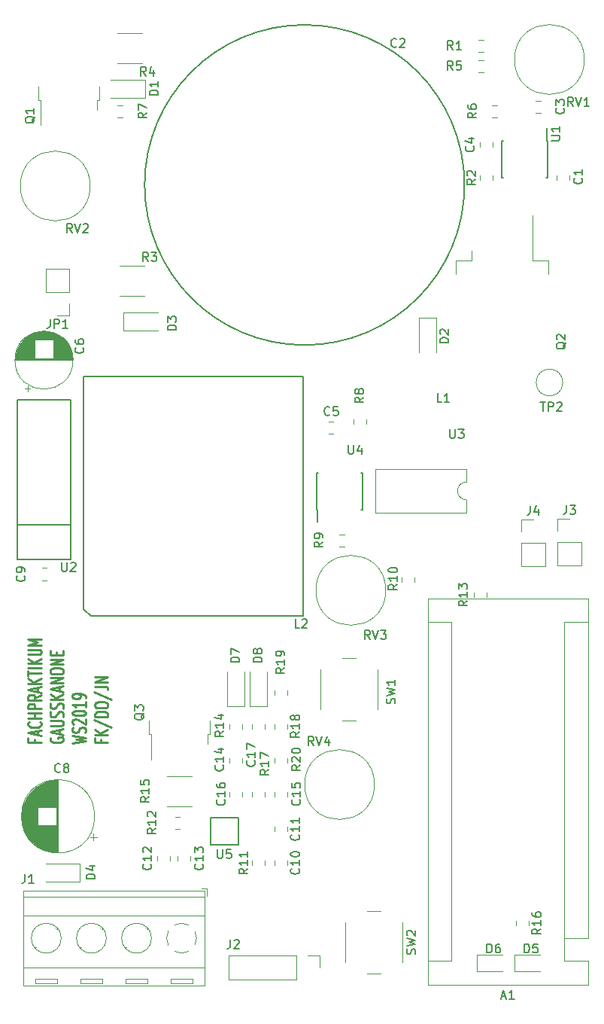
<source format=gbr>
G04 #@! TF.GenerationSoftware,KiCad,Pcbnew,5.0.2+dfsg1-1*
G04 #@! TF.CreationDate,2019-12-18T15:50:12+01:00*
G04 #@! TF.ProjectId,gausskanone,67617573-736b-4616-9e6f-6e652e6b6963,rev?*
G04 #@! TF.SameCoordinates,Original*
G04 #@! TF.FileFunction,Legend,Top*
G04 #@! TF.FilePolarity,Positive*
%FSLAX46Y46*%
G04 Gerber Fmt 4.6, Leading zero omitted, Abs format (unit mm)*
G04 Created by KiCad (PCBNEW 5.0.2+dfsg1-1) date Mi 18 Dez 2019 15:50:12 CET*
%MOMM*%
%LPD*%
G01*
G04 APERTURE LIST*
%ADD10C,0.250000*%
%ADD11C,0.120000*%
%ADD12C,0.150000*%
G04 APERTURE END LIST*
D10*
X89075857Y-117341071D02*
X89075857Y-117674404D01*
X89861571Y-117674404D02*
X88361571Y-117674404D01*
X88361571Y-117198214D01*
X89433000Y-116864880D02*
X89433000Y-116388690D01*
X89861571Y-116960119D02*
X88361571Y-116626785D01*
X89861571Y-116293452D01*
X89718714Y-115388690D02*
X89790142Y-115436309D01*
X89861571Y-115579166D01*
X89861571Y-115674404D01*
X89790142Y-115817261D01*
X89647285Y-115912500D01*
X89504428Y-115960119D01*
X89218714Y-116007738D01*
X89004428Y-116007738D01*
X88718714Y-115960119D01*
X88575857Y-115912500D01*
X88433000Y-115817261D01*
X88361571Y-115674404D01*
X88361571Y-115579166D01*
X88433000Y-115436309D01*
X88504428Y-115388690D01*
X89861571Y-114960119D02*
X88361571Y-114960119D01*
X89075857Y-114960119D02*
X89075857Y-114388690D01*
X89861571Y-114388690D02*
X88361571Y-114388690D01*
X89861571Y-113912500D02*
X88361571Y-113912500D01*
X88361571Y-113531547D01*
X88433000Y-113436309D01*
X88504428Y-113388690D01*
X88647285Y-113341071D01*
X88861571Y-113341071D01*
X89004428Y-113388690D01*
X89075857Y-113436309D01*
X89147285Y-113531547D01*
X89147285Y-113912500D01*
X89861571Y-112341071D02*
X89147285Y-112674404D01*
X89861571Y-112912500D02*
X88361571Y-112912500D01*
X88361571Y-112531547D01*
X88433000Y-112436309D01*
X88504428Y-112388690D01*
X88647285Y-112341071D01*
X88861571Y-112341071D01*
X89004428Y-112388690D01*
X89075857Y-112436309D01*
X89147285Y-112531547D01*
X89147285Y-112912500D01*
X89433000Y-111960119D02*
X89433000Y-111483928D01*
X89861571Y-112055357D02*
X88361571Y-111722023D01*
X89861571Y-111388690D01*
X89861571Y-111055357D02*
X88361571Y-111055357D01*
X89861571Y-110483928D02*
X89004428Y-110912500D01*
X88361571Y-110483928D02*
X89218714Y-111055357D01*
X88361571Y-110198214D02*
X88361571Y-109626785D01*
X89861571Y-109912500D02*
X88361571Y-109912500D01*
X89861571Y-109293452D02*
X88361571Y-109293452D01*
X89861571Y-108817261D02*
X88361571Y-108817261D01*
X89861571Y-108245833D02*
X89004428Y-108674404D01*
X88361571Y-108245833D02*
X89218714Y-108817261D01*
X88361571Y-107817261D02*
X89575857Y-107817261D01*
X89718714Y-107769642D01*
X89790142Y-107722023D01*
X89861571Y-107626785D01*
X89861571Y-107436309D01*
X89790142Y-107341071D01*
X89718714Y-107293452D01*
X89575857Y-107245833D01*
X88361571Y-107245833D01*
X89861571Y-106769642D02*
X88361571Y-106769642D01*
X89433000Y-106436309D01*
X88361571Y-106102976D01*
X89861571Y-106102976D01*
X90933000Y-117150595D02*
X90861571Y-117245833D01*
X90861571Y-117388690D01*
X90933000Y-117531547D01*
X91075857Y-117626785D01*
X91218714Y-117674404D01*
X91504428Y-117722023D01*
X91718714Y-117722023D01*
X92004428Y-117674404D01*
X92147285Y-117626785D01*
X92290142Y-117531547D01*
X92361571Y-117388690D01*
X92361571Y-117293452D01*
X92290142Y-117150595D01*
X92218714Y-117102976D01*
X91718714Y-117102976D01*
X91718714Y-117293452D01*
X91933000Y-116722023D02*
X91933000Y-116245833D01*
X92361571Y-116817261D02*
X90861571Y-116483928D01*
X92361571Y-116150595D01*
X90861571Y-115817261D02*
X92075857Y-115817261D01*
X92218714Y-115769642D01*
X92290142Y-115722023D01*
X92361571Y-115626785D01*
X92361571Y-115436309D01*
X92290142Y-115341071D01*
X92218714Y-115293452D01*
X92075857Y-115245833D01*
X90861571Y-115245833D01*
X92290142Y-114817261D02*
X92361571Y-114674404D01*
X92361571Y-114436309D01*
X92290142Y-114341071D01*
X92218714Y-114293452D01*
X92075857Y-114245833D01*
X91933000Y-114245833D01*
X91790142Y-114293452D01*
X91718714Y-114341071D01*
X91647285Y-114436309D01*
X91575857Y-114626785D01*
X91504428Y-114722023D01*
X91433000Y-114769642D01*
X91290142Y-114817261D01*
X91147285Y-114817261D01*
X91004428Y-114769642D01*
X90933000Y-114722023D01*
X90861571Y-114626785D01*
X90861571Y-114388690D01*
X90933000Y-114245833D01*
X92290142Y-113864880D02*
X92361571Y-113722023D01*
X92361571Y-113483928D01*
X92290142Y-113388690D01*
X92218714Y-113341071D01*
X92075857Y-113293452D01*
X91933000Y-113293452D01*
X91790142Y-113341071D01*
X91718714Y-113388690D01*
X91647285Y-113483928D01*
X91575857Y-113674404D01*
X91504428Y-113769642D01*
X91433000Y-113817261D01*
X91290142Y-113864880D01*
X91147285Y-113864880D01*
X91004428Y-113817261D01*
X90933000Y-113769642D01*
X90861571Y-113674404D01*
X90861571Y-113436309D01*
X90933000Y-113293452D01*
X92361571Y-112864880D02*
X90861571Y-112864880D01*
X92361571Y-112293452D02*
X91504428Y-112722023D01*
X90861571Y-112293452D02*
X91718714Y-112864880D01*
X91933000Y-111912500D02*
X91933000Y-111436309D01*
X92361571Y-112007738D02*
X90861571Y-111674404D01*
X92361571Y-111341071D01*
X92361571Y-111007738D02*
X90861571Y-111007738D01*
X92361571Y-110436309D01*
X90861571Y-110436309D01*
X90861571Y-109769642D02*
X90861571Y-109579166D01*
X90933000Y-109483928D01*
X91075857Y-109388690D01*
X91361571Y-109341071D01*
X91861571Y-109341071D01*
X92147285Y-109388690D01*
X92290142Y-109483928D01*
X92361571Y-109579166D01*
X92361571Y-109769642D01*
X92290142Y-109864880D01*
X92147285Y-109960119D01*
X91861571Y-110007738D01*
X91361571Y-110007738D01*
X91075857Y-109960119D01*
X90933000Y-109864880D01*
X90861571Y-109769642D01*
X92361571Y-108912500D02*
X90861571Y-108912500D01*
X92361571Y-108341071D01*
X90861571Y-108341071D01*
X91575857Y-107864880D02*
X91575857Y-107531547D01*
X92361571Y-107388690D02*
X92361571Y-107864880D01*
X90861571Y-107864880D01*
X90861571Y-107388690D01*
X93361571Y-117769642D02*
X94861571Y-117531547D01*
X93790142Y-117341071D01*
X94861571Y-117150595D01*
X93361571Y-116912500D01*
X94790142Y-116579166D02*
X94861571Y-116436309D01*
X94861571Y-116198214D01*
X94790142Y-116102976D01*
X94718714Y-116055357D01*
X94575857Y-116007738D01*
X94433000Y-116007738D01*
X94290142Y-116055357D01*
X94218714Y-116102976D01*
X94147285Y-116198214D01*
X94075857Y-116388690D01*
X94004428Y-116483928D01*
X93933000Y-116531547D01*
X93790142Y-116579166D01*
X93647285Y-116579166D01*
X93504428Y-116531547D01*
X93433000Y-116483928D01*
X93361571Y-116388690D01*
X93361571Y-116150595D01*
X93433000Y-116007738D01*
X93504428Y-115626785D02*
X93433000Y-115579166D01*
X93361571Y-115483928D01*
X93361571Y-115245833D01*
X93433000Y-115150595D01*
X93504428Y-115102976D01*
X93647285Y-115055357D01*
X93790142Y-115055357D01*
X94004428Y-115102976D01*
X94861571Y-115674404D01*
X94861571Y-115055357D01*
X93361571Y-114436309D02*
X93361571Y-114341071D01*
X93433000Y-114245833D01*
X93504428Y-114198214D01*
X93647285Y-114150595D01*
X93933000Y-114102976D01*
X94290142Y-114102976D01*
X94575857Y-114150595D01*
X94718714Y-114198214D01*
X94790142Y-114245833D01*
X94861571Y-114341071D01*
X94861571Y-114436309D01*
X94790142Y-114531547D01*
X94718714Y-114579166D01*
X94575857Y-114626785D01*
X94290142Y-114674404D01*
X93933000Y-114674404D01*
X93647285Y-114626785D01*
X93504428Y-114579166D01*
X93433000Y-114531547D01*
X93361571Y-114436309D01*
X94861571Y-113150595D02*
X94861571Y-113722023D01*
X94861571Y-113436309D02*
X93361571Y-113436309D01*
X93575857Y-113531547D01*
X93718714Y-113626785D01*
X93790142Y-113722023D01*
X94861571Y-112674404D02*
X94861571Y-112483928D01*
X94790142Y-112388690D01*
X94718714Y-112341071D01*
X94504428Y-112245833D01*
X94218714Y-112198214D01*
X93647285Y-112198214D01*
X93504428Y-112245833D01*
X93433000Y-112293452D01*
X93361571Y-112388690D01*
X93361571Y-112579166D01*
X93433000Y-112674404D01*
X93504428Y-112722023D01*
X93647285Y-112769642D01*
X94004428Y-112769642D01*
X94147285Y-112722023D01*
X94218714Y-112674404D01*
X94290142Y-112579166D01*
X94290142Y-112388690D01*
X94218714Y-112293452D01*
X94147285Y-112245833D01*
X94004428Y-112198214D01*
X96575857Y-117341071D02*
X96575857Y-117674404D01*
X97361571Y-117674404D02*
X95861571Y-117674404D01*
X95861571Y-117198214D01*
X97361571Y-116817261D02*
X95861571Y-116817261D01*
X97361571Y-116245833D02*
X96504428Y-116674404D01*
X95861571Y-116245833D02*
X96718714Y-116817261D01*
X95790142Y-115102976D02*
X97718714Y-115960119D01*
X97361571Y-114769642D02*
X95861571Y-114769642D01*
X95861571Y-114531547D01*
X95933000Y-114388690D01*
X96075857Y-114293452D01*
X96218714Y-114245833D01*
X96504428Y-114198214D01*
X96718714Y-114198214D01*
X97004428Y-114245833D01*
X97147285Y-114293452D01*
X97290142Y-114388690D01*
X97361571Y-114531547D01*
X97361571Y-114769642D01*
X95861571Y-113579166D02*
X95861571Y-113388690D01*
X95933000Y-113293452D01*
X96075857Y-113198214D01*
X96361571Y-113150595D01*
X96861571Y-113150595D01*
X97147285Y-113198214D01*
X97290142Y-113293452D01*
X97361571Y-113388690D01*
X97361571Y-113579166D01*
X97290142Y-113674404D01*
X97147285Y-113769642D01*
X96861571Y-113817261D01*
X96361571Y-113817261D01*
X96075857Y-113769642D01*
X95933000Y-113674404D01*
X95861571Y-113579166D01*
X95790142Y-112007738D02*
X97718714Y-112864880D01*
X95861571Y-111388690D02*
X96933000Y-111388690D01*
X97147285Y-111436309D01*
X97290142Y-111531547D01*
X97361571Y-111674404D01*
X97361571Y-111769642D01*
X97361571Y-110912500D02*
X95861571Y-110912500D01*
X97361571Y-110341071D01*
X95861571Y-110341071D01*
D11*
G04 #@! TO.C,JP1*
X93024000Y-69656000D02*
X91694000Y-69656000D01*
X93024000Y-68326000D02*
X93024000Y-69656000D01*
X93024000Y-67056000D02*
X90364000Y-67056000D01*
X90364000Y-67056000D02*
X90364000Y-64456000D01*
X93024000Y-67056000D02*
X93024000Y-64456000D01*
X93024000Y-64456000D02*
X90364000Y-64456000D01*
G04 #@! TO.C,R10*
X131852500Y-99651078D02*
X131852500Y-99133922D01*
X130432500Y-99651078D02*
X130432500Y-99133922D01*
G04 #@! TO.C,R3*
X98689748Y-67496000D02*
X101462252Y-67496000D01*
X98689748Y-64076000D02*
X101462252Y-64076000D01*
G04 #@! TO.C,D7*
X110760000Y-113630000D02*
X110760000Y-109730000D01*
X112760000Y-113630000D02*
X112760000Y-109730000D01*
X110760000Y-113630000D02*
X112760000Y-113630000D01*
G04 #@! TO.C,D4*
X94200000Y-133334000D02*
X90350000Y-133334000D01*
X94200000Y-131334000D02*
X90350000Y-131334000D01*
X94200000Y-133334000D02*
X94200000Y-131334000D01*
G04 #@! TO.C,D2*
X134350000Y-69936000D02*
X134350000Y-73786000D01*
X132350000Y-69936000D02*
X132350000Y-73786000D01*
X134350000Y-69936000D02*
X132350000Y-69936000D01*
G04 #@! TO.C,D3*
X99146000Y-69358000D02*
X102996000Y-69358000D01*
X99146000Y-71358000D02*
X102996000Y-71358000D01*
X99146000Y-69358000D02*
X99146000Y-71358000D01*
G04 #@! TO.C,A1*
X133360000Y-144940000D02*
X151400000Y-144940000D01*
X133360000Y-101500000D02*
X133360000Y-144940000D01*
X151400000Y-101500000D02*
X133360000Y-101500000D01*
X148730000Y-104170000D02*
X151400000Y-104170000D01*
X148730000Y-139730000D02*
X148730000Y-104170000D01*
X148730000Y-139730000D02*
X151400000Y-139730000D01*
X136030000Y-104170000D02*
X133360000Y-104170000D01*
X136030000Y-142270000D02*
X136030000Y-104170000D01*
X136030000Y-142270000D02*
X133360000Y-142270000D01*
X151400000Y-144940000D02*
X151400000Y-142270000D01*
X151400000Y-139730000D02*
X151400000Y-101500000D01*
X148730000Y-142270000D02*
X151400000Y-142270000D01*
X148730000Y-139730000D02*
X148730000Y-142270000D01*
G04 #@! TO.C,C1*
X147880000Y-53921922D02*
X147880000Y-54439078D01*
X149300000Y-53921922D02*
X149300000Y-54439078D01*
D12*
G04 #@! TO.C,C2*
X137500000Y-55000000D02*
G75*
G03X137500000Y-55000000I-18000000J0D01*
G01*
D11*
G04 #@! TO.C,C3*
X146054578Y-45518000D02*
X145537422Y-45518000D01*
X146054578Y-46938000D02*
X145537422Y-46938000D01*
G04 #@! TO.C,C4*
X139244000Y-50208922D02*
X139244000Y-50726078D01*
X140664000Y-50208922D02*
X140664000Y-50726078D01*
G04 #@! TO.C,C5*
X122247922Y-83006000D02*
X122765078Y-83006000D01*
X122247922Y-81586000D02*
X122765078Y-81586000D01*
G04 #@! TO.C,C6*
X88016000Y-77881241D02*
X88646000Y-77881241D01*
X88331000Y-78196241D02*
X88331000Y-77566241D01*
X89768000Y-71455000D02*
X90572000Y-71455000D01*
X89537000Y-71495000D02*
X90803000Y-71495000D01*
X89368000Y-71535000D02*
X90972000Y-71535000D01*
X89230000Y-71575000D02*
X91110000Y-71575000D01*
X89111000Y-71615000D02*
X91229000Y-71615000D01*
X89005000Y-71655000D02*
X91335000Y-71655000D01*
X88908000Y-71695000D02*
X91432000Y-71695000D01*
X88820000Y-71735000D02*
X91520000Y-71735000D01*
X88738000Y-71775000D02*
X91602000Y-71775000D01*
X88661000Y-71815000D02*
X91679000Y-71815000D01*
X88589000Y-71855000D02*
X91751000Y-71855000D01*
X88520000Y-71895000D02*
X91820000Y-71895000D01*
X88456000Y-71935000D02*
X91884000Y-71935000D01*
X88394000Y-71975000D02*
X91946000Y-71975000D01*
X88336000Y-72015000D02*
X92004000Y-72015000D01*
X88280000Y-72055000D02*
X92060000Y-72055000D01*
X88226000Y-72095000D02*
X92114000Y-72095000D01*
X88175000Y-72135000D02*
X92165000Y-72135000D01*
X88126000Y-72175000D02*
X92214000Y-72175000D01*
X88078000Y-72215000D02*
X92262000Y-72215000D01*
X88033000Y-72255000D02*
X92307000Y-72255000D01*
X87988000Y-72295000D02*
X92352000Y-72295000D01*
X87946000Y-72335000D02*
X92394000Y-72335000D01*
X87905000Y-72375000D02*
X92435000Y-72375000D01*
X91210000Y-72415000D02*
X92475000Y-72415000D01*
X87865000Y-72415000D02*
X89130000Y-72415000D01*
X91210000Y-72455000D02*
X92513000Y-72455000D01*
X87827000Y-72455000D02*
X89130000Y-72455000D01*
X91210000Y-72495000D02*
X92550000Y-72495000D01*
X87790000Y-72495000D02*
X89130000Y-72495000D01*
X91210000Y-72535000D02*
X92586000Y-72535000D01*
X87754000Y-72535000D02*
X89130000Y-72535000D01*
X91210000Y-72575000D02*
X92620000Y-72575000D01*
X87720000Y-72575000D02*
X89130000Y-72575000D01*
X91210000Y-72615000D02*
X92654000Y-72615000D01*
X87686000Y-72615000D02*
X89130000Y-72615000D01*
X91210000Y-72655000D02*
X92686000Y-72655000D01*
X87654000Y-72655000D02*
X89130000Y-72655000D01*
X91210000Y-72695000D02*
X92718000Y-72695000D01*
X87622000Y-72695000D02*
X89130000Y-72695000D01*
X91210000Y-72735000D02*
X92748000Y-72735000D01*
X87592000Y-72735000D02*
X89130000Y-72735000D01*
X91210000Y-72775000D02*
X92777000Y-72775000D01*
X87563000Y-72775000D02*
X89130000Y-72775000D01*
X91210000Y-72815000D02*
X92806000Y-72815000D01*
X87534000Y-72815000D02*
X89130000Y-72815000D01*
X91210000Y-72855000D02*
X92834000Y-72855000D01*
X87506000Y-72855000D02*
X89130000Y-72855000D01*
X91210000Y-72895000D02*
X92860000Y-72895000D01*
X87480000Y-72895000D02*
X89130000Y-72895000D01*
X91210000Y-72935000D02*
X92886000Y-72935000D01*
X87454000Y-72935000D02*
X89130000Y-72935000D01*
X91210000Y-72975000D02*
X92912000Y-72975000D01*
X87428000Y-72975000D02*
X89130000Y-72975000D01*
X91210000Y-73015000D02*
X92936000Y-73015000D01*
X87404000Y-73015000D02*
X89130000Y-73015000D01*
X91210000Y-73055000D02*
X92960000Y-73055000D01*
X87380000Y-73055000D02*
X89130000Y-73055000D01*
X91210000Y-73095000D02*
X92982000Y-73095000D01*
X87358000Y-73095000D02*
X89130000Y-73095000D01*
X91210000Y-73135000D02*
X93004000Y-73135000D01*
X87336000Y-73135000D02*
X89130000Y-73135000D01*
X91210000Y-73175000D02*
X93026000Y-73175000D01*
X87314000Y-73175000D02*
X89130000Y-73175000D01*
X91210000Y-73215000D02*
X93046000Y-73215000D01*
X87294000Y-73215000D02*
X89130000Y-73215000D01*
X91210000Y-73255000D02*
X93066000Y-73255000D01*
X87274000Y-73255000D02*
X89130000Y-73255000D01*
X91210000Y-73295000D02*
X93086000Y-73295000D01*
X87254000Y-73295000D02*
X89130000Y-73295000D01*
X91210000Y-73335000D02*
X93104000Y-73335000D01*
X87236000Y-73335000D02*
X89130000Y-73335000D01*
X91210000Y-73375000D02*
X93122000Y-73375000D01*
X87218000Y-73375000D02*
X89130000Y-73375000D01*
X91210000Y-73415000D02*
X93140000Y-73415000D01*
X87200000Y-73415000D02*
X89130000Y-73415000D01*
X91210000Y-73455000D02*
X93156000Y-73455000D01*
X87184000Y-73455000D02*
X89130000Y-73455000D01*
X91210000Y-73495000D02*
X93172000Y-73495000D01*
X87168000Y-73495000D02*
X89130000Y-73495000D01*
X91210000Y-73535000D02*
X93188000Y-73535000D01*
X87152000Y-73535000D02*
X89130000Y-73535000D01*
X91210000Y-73575000D02*
X93203000Y-73575000D01*
X87137000Y-73575000D02*
X89130000Y-73575000D01*
X91210000Y-73615000D02*
X93217000Y-73615000D01*
X87123000Y-73615000D02*
X89130000Y-73615000D01*
X91210000Y-73655000D02*
X93231000Y-73655000D01*
X87109000Y-73655000D02*
X89130000Y-73655000D01*
X91210000Y-73695000D02*
X93244000Y-73695000D01*
X87096000Y-73695000D02*
X89130000Y-73695000D01*
X91210000Y-73735000D02*
X93256000Y-73735000D01*
X87084000Y-73735000D02*
X89130000Y-73735000D01*
X91210000Y-73775000D02*
X93268000Y-73775000D01*
X87072000Y-73775000D02*
X89130000Y-73775000D01*
X91210000Y-73815000D02*
X93280000Y-73815000D01*
X87060000Y-73815000D02*
X89130000Y-73815000D01*
X91210000Y-73855000D02*
X93291000Y-73855000D01*
X87049000Y-73855000D02*
X89130000Y-73855000D01*
X91210000Y-73895000D02*
X93301000Y-73895000D01*
X87039000Y-73895000D02*
X89130000Y-73895000D01*
X91210000Y-73935000D02*
X93311000Y-73935000D01*
X87029000Y-73935000D02*
X89130000Y-73935000D01*
X91210000Y-73975000D02*
X93320000Y-73975000D01*
X87020000Y-73975000D02*
X89130000Y-73975000D01*
X91210000Y-74016000D02*
X93329000Y-74016000D01*
X87011000Y-74016000D02*
X89130000Y-74016000D01*
X91210000Y-74056000D02*
X93337000Y-74056000D01*
X87003000Y-74056000D02*
X89130000Y-74056000D01*
X91210000Y-74096000D02*
X93345000Y-74096000D01*
X86995000Y-74096000D02*
X89130000Y-74096000D01*
X91210000Y-74136000D02*
X93352000Y-74136000D01*
X86988000Y-74136000D02*
X89130000Y-74136000D01*
X91210000Y-74176000D02*
X93359000Y-74176000D01*
X86981000Y-74176000D02*
X89130000Y-74176000D01*
X91210000Y-74216000D02*
X93365000Y-74216000D01*
X86975000Y-74216000D02*
X89130000Y-74216000D01*
X91210000Y-74256000D02*
X93371000Y-74256000D01*
X86969000Y-74256000D02*
X89130000Y-74256000D01*
X91210000Y-74296000D02*
X93376000Y-74296000D01*
X86964000Y-74296000D02*
X89130000Y-74296000D01*
X91210000Y-74336000D02*
X93381000Y-74336000D01*
X86959000Y-74336000D02*
X89130000Y-74336000D01*
X91210000Y-74376000D02*
X93385000Y-74376000D01*
X86955000Y-74376000D02*
X89130000Y-74376000D01*
X91210000Y-74416000D02*
X93388000Y-74416000D01*
X86952000Y-74416000D02*
X89130000Y-74416000D01*
X91210000Y-74456000D02*
X93392000Y-74456000D01*
X86948000Y-74456000D02*
X89130000Y-74456000D01*
X86946000Y-74496000D02*
X93394000Y-74496000D01*
X86943000Y-74536000D02*
X93397000Y-74536000D01*
X86942000Y-74576000D02*
X93398000Y-74576000D01*
X86940000Y-74616000D02*
X93400000Y-74616000D01*
X86940000Y-74656000D02*
X93400000Y-74656000D01*
X86940000Y-74696000D02*
X93400000Y-74696000D01*
X93440000Y-74696000D02*
G75*
G03X93440000Y-74696000I-3270000J0D01*
G01*
G04 #@! TO.C,C8*
X95759698Y-128715000D02*
X95759698Y-127915000D01*
X96159698Y-128315000D02*
X95359698Y-128315000D01*
X87669000Y-126533000D02*
X87669000Y-125467000D01*
X87709000Y-126768000D02*
X87709000Y-125232000D01*
X87749000Y-126948000D02*
X87749000Y-125052000D01*
X87789000Y-127098000D02*
X87789000Y-124902000D01*
X87829000Y-127229000D02*
X87829000Y-124771000D01*
X87869000Y-127346000D02*
X87869000Y-124654000D01*
X87909000Y-127453000D02*
X87909000Y-124547000D01*
X87949000Y-127552000D02*
X87949000Y-124448000D01*
X87989000Y-127645000D02*
X87989000Y-124355000D01*
X88029000Y-127731000D02*
X88029000Y-124269000D01*
X88069000Y-127813000D02*
X88069000Y-124187000D01*
X88109000Y-127890000D02*
X88109000Y-124110000D01*
X88149000Y-127964000D02*
X88149000Y-124036000D01*
X88189000Y-128034000D02*
X88189000Y-123966000D01*
X88229000Y-128102000D02*
X88229000Y-123898000D01*
X88269000Y-128166000D02*
X88269000Y-123834000D01*
X88309000Y-128228000D02*
X88309000Y-123772000D01*
X88349000Y-128287000D02*
X88349000Y-123713000D01*
X88389000Y-128345000D02*
X88389000Y-123655000D01*
X88429000Y-128400000D02*
X88429000Y-123600000D01*
X88469000Y-128454000D02*
X88469000Y-123546000D01*
X88509000Y-128505000D02*
X88509000Y-123495000D01*
X88549000Y-128556000D02*
X88549000Y-123444000D01*
X88589000Y-128604000D02*
X88589000Y-123396000D01*
X88629000Y-128651000D02*
X88629000Y-123349000D01*
X88669000Y-128697000D02*
X88669000Y-123303000D01*
X88709000Y-128741000D02*
X88709000Y-123259000D01*
X88749000Y-128784000D02*
X88749000Y-123216000D01*
X88789000Y-128826000D02*
X88789000Y-123174000D01*
X88829000Y-128867000D02*
X88829000Y-123133000D01*
X88869000Y-128907000D02*
X88869000Y-123093000D01*
X88909000Y-128945000D02*
X88909000Y-123055000D01*
X88949000Y-128983000D02*
X88949000Y-123017000D01*
X88989000Y-129019000D02*
X88989000Y-122981000D01*
X89029000Y-129055000D02*
X89029000Y-122945000D01*
X89069000Y-129090000D02*
X89069000Y-122910000D01*
X89109000Y-129124000D02*
X89109000Y-122876000D01*
X89149000Y-129156000D02*
X89149000Y-122844000D01*
X89189000Y-129189000D02*
X89189000Y-122811000D01*
X89229000Y-129220000D02*
X89229000Y-122780000D01*
X89269000Y-129250000D02*
X89269000Y-122750000D01*
X89309000Y-129280000D02*
X89309000Y-122720000D01*
X89349000Y-129309000D02*
X89349000Y-122691000D01*
X89389000Y-129338000D02*
X89389000Y-122662000D01*
X89429000Y-129365000D02*
X89429000Y-122635000D01*
X89469000Y-124960000D02*
X89469000Y-122608000D01*
X89469000Y-129392000D02*
X89469000Y-127040000D01*
X89509000Y-124960000D02*
X89509000Y-122582000D01*
X89509000Y-129418000D02*
X89509000Y-127040000D01*
X89549000Y-124960000D02*
X89549000Y-122556000D01*
X89549000Y-129444000D02*
X89549000Y-127040000D01*
X89589000Y-124960000D02*
X89589000Y-122531000D01*
X89589000Y-129469000D02*
X89589000Y-127040000D01*
X89629000Y-124960000D02*
X89629000Y-122507000D01*
X89629000Y-129493000D02*
X89629000Y-127040000D01*
X89669000Y-124960000D02*
X89669000Y-122483000D01*
X89669000Y-129517000D02*
X89669000Y-127040000D01*
X89709000Y-124960000D02*
X89709000Y-122460000D01*
X89709000Y-129540000D02*
X89709000Y-127040000D01*
X89749000Y-124960000D02*
X89749000Y-122438000D01*
X89749000Y-129562000D02*
X89749000Y-127040000D01*
X89789000Y-124960000D02*
X89789000Y-122416000D01*
X89789000Y-129584000D02*
X89789000Y-127040000D01*
X89829000Y-124960000D02*
X89829000Y-122394000D01*
X89829000Y-129606000D02*
X89829000Y-127040000D01*
X89869000Y-124960000D02*
X89869000Y-122373000D01*
X89869000Y-129627000D02*
X89869000Y-127040000D01*
X89909000Y-124960000D02*
X89909000Y-122353000D01*
X89909000Y-129647000D02*
X89909000Y-127040000D01*
X89949000Y-124960000D02*
X89949000Y-122334000D01*
X89949000Y-129666000D02*
X89949000Y-127040000D01*
X89989000Y-124960000D02*
X89989000Y-122314000D01*
X89989000Y-129686000D02*
X89989000Y-127040000D01*
X90029000Y-124960000D02*
X90029000Y-122296000D01*
X90029000Y-129704000D02*
X90029000Y-127040000D01*
X90069000Y-124960000D02*
X90069000Y-122278000D01*
X90069000Y-129722000D02*
X90069000Y-127040000D01*
X90109000Y-124960000D02*
X90109000Y-122260000D01*
X90109000Y-129740000D02*
X90109000Y-127040000D01*
X90149000Y-124960000D02*
X90149000Y-122243000D01*
X90149000Y-129757000D02*
X90149000Y-127040000D01*
X90189000Y-124960000D02*
X90189000Y-122226000D01*
X90189000Y-129774000D02*
X90189000Y-127040000D01*
X90229000Y-124960000D02*
X90229000Y-122210000D01*
X90229000Y-129790000D02*
X90229000Y-127040000D01*
X90269000Y-124960000D02*
X90269000Y-122195000D01*
X90269000Y-129805000D02*
X90269000Y-127040000D01*
X90309000Y-124960000D02*
X90309000Y-122179000D01*
X90309000Y-129821000D02*
X90309000Y-127040000D01*
X90349000Y-124960000D02*
X90349000Y-122165000D01*
X90349000Y-129835000D02*
X90349000Y-127040000D01*
X90389000Y-124960000D02*
X90389000Y-122150000D01*
X90389000Y-129850000D02*
X90389000Y-127040000D01*
X90429000Y-124960000D02*
X90429000Y-122137000D01*
X90429000Y-129863000D02*
X90429000Y-127040000D01*
X90469000Y-124960000D02*
X90469000Y-122123000D01*
X90469000Y-129877000D02*
X90469000Y-127040000D01*
X90509000Y-124960000D02*
X90509000Y-122111000D01*
X90509000Y-129889000D02*
X90509000Y-127040000D01*
X90549000Y-124960000D02*
X90549000Y-122098000D01*
X90549000Y-129902000D02*
X90549000Y-127040000D01*
X90589000Y-124960000D02*
X90589000Y-122086000D01*
X90589000Y-129914000D02*
X90589000Y-127040000D01*
X90629000Y-124960000D02*
X90629000Y-122075000D01*
X90629000Y-129925000D02*
X90629000Y-127040000D01*
X90669000Y-124960000D02*
X90669000Y-122064000D01*
X90669000Y-129936000D02*
X90669000Y-127040000D01*
X90709000Y-124960000D02*
X90709000Y-122053000D01*
X90709000Y-129947000D02*
X90709000Y-127040000D01*
X90749000Y-124960000D02*
X90749000Y-122043000D01*
X90749000Y-129957000D02*
X90749000Y-127040000D01*
X90789000Y-124960000D02*
X90789000Y-122033000D01*
X90789000Y-129967000D02*
X90789000Y-127040000D01*
X90829000Y-124960000D02*
X90829000Y-122024000D01*
X90829000Y-129976000D02*
X90829000Y-127040000D01*
X90869000Y-124960000D02*
X90869000Y-122015000D01*
X90869000Y-129985000D02*
X90869000Y-127040000D01*
X90909000Y-124960000D02*
X90909000Y-122006000D01*
X90909000Y-129994000D02*
X90909000Y-127040000D01*
X90949000Y-124960000D02*
X90949000Y-121998000D01*
X90949000Y-130002000D02*
X90949000Y-127040000D01*
X90989000Y-124960000D02*
X90989000Y-121990000D01*
X90989000Y-130010000D02*
X90989000Y-127040000D01*
X91029000Y-124960000D02*
X91029000Y-121983000D01*
X91029000Y-130017000D02*
X91029000Y-127040000D01*
X91070000Y-124960000D02*
X91070000Y-121976000D01*
X91070000Y-130024000D02*
X91070000Y-127040000D01*
X91110000Y-124960000D02*
X91110000Y-121970000D01*
X91110000Y-130030000D02*
X91110000Y-127040000D01*
X91150000Y-124960000D02*
X91150000Y-121963000D01*
X91150000Y-130037000D02*
X91150000Y-127040000D01*
X91190000Y-124960000D02*
X91190000Y-121958000D01*
X91190000Y-130042000D02*
X91190000Y-127040000D01*
X91230000Y-124960000D02*
X91230000Y-121952000D01*
X91230000Y-130048000D02*
X91230000Y-127040000D01*
X91270000Y-124960000D02*
X91270000Y-121948000D01*
X91270000Y-130052000D02*
X91270000Y-127040000D01*
X91310000Y-124960000D02*
X91310000Y-121943000D01*
X91310000Y-130057000D02*
X91310000Y-127040000D01*
X91350000Y-124960000D02*
X91350000Y-121939000D01*
X91350000Y-130061000D02*
X91350000Y-127040000D01*
X91390000Y-124960000D02*
X91390000Y-121935000D01*
X91390000Y-130065000D02*
X91390000Y-127040000D01*
X91430000Y-124960000D02*
X91430000Y-121932000D01*
X91430000Y-130068000D02*
X91430000Y-127040000D01*
X91470000Y-124960000D02*
X91470000Y-121929000D01*
X91470000Y-130071000D02*
X91470000Y-127040000D01*
X91510000Y-124960000D02*
X91510000Y-121926000D01*
X91510000Y-130074000D02*
X91510000Y-127040000D01*
X91550000Y-130076000D02*
X91550000Y-121924000D01*
X91590000Y-130077000D02*
X91590000Y-121923000D01*
X91630000Y-130079000D02*
X91630000Y-121921000D01*
X91670000Y-130080000D02*
X91670000Y-121920000D01*
X91710000Y-130080000D02*
X91710000Y-121920000D01*
X91750000Y-130080000D02*
X91750000Y-121920000D01*
X95870000Y-126000000D02*
G75*
G03X95870000Y-126000000I-4120000J0D01*
G01*
G04 #@! TO.C,C9*
X90476078Y-98061000D02*
X89958922Y-98061000D01*
X90476078Y-99481000D02*
X89958922Y-99481000D01*
G04 #@! TO.C,C10*
X116130000Y-130980922D02*
X116130000Y-131498078D01*
X117550000Y-130980922D02*
X117550000Y-131498078D01*
G04 #@! TO.C,C11*
X116130000Y-127170922D02*
X116130000Y-127688078D01*
X117550000Y-127170922D02*
X117550000Y-127688078D01*
G04 #@! TO.C,C12*
X102922000Y-130472922D02*
X102922000Y-130990078D01*
X104342000Y-130472922D02*
X104342000Y-130990078D01*
G04 #@! TO.C,C13*
X105208000Y-130472922D02*
X105208000Y-130990078D01*
X106628000Y-130472922D02*
X106628000Y-130990078D01*
G04 #@! TO.C,C14*
X111050000Y-119423922D02*
X111050000Y-119941078D01*
X112470000Y-119423922D02*
X112470000Y-119941078D01*
G04 #@! TO.C,C15*
X117550000Y-123751078D02*
X117550000Y-123233922D01*
X116130000Y-123751078D02*
X116130000Y-123233922D01*
G04 #@! TO.C,C16*
X112470000Y-123751078D02*
X112470000Y-123233922D01*
X111050000Y-123751078D02*
X111050000Y-123233922D01*
G04 #@! TO.C,C17*
X113590000Y-115613922D02*
X113590000Y-116131078D01*
X115010000Y-115613922D02*
X115010000Y-116131078D01*
G04 #@! TO.C,D1*
X101564000Y-45196000D02*
X97664000Y-45196000D01*
X101564000Y-43196000D02*
X97664000Y-43196000D01*
X101564000Y-45196000D02*
X101564000Y-43196000D01*
G04 #@! TO.C,D5*
X143095500Y-143404000D02*
X145980500Y-143404000D01*
X143095500Y-141584000D02*
X143095500Y-143404000D01*
X145980500Y-141584000D02*
X143095500Y-141584000D01*
G04 #@! TO.C,D6*
X138884500Y-143404000D02*
X141769500Y-143404000D01*
X138884500Y-141584000D02*
X138884500Y-143404000D01*
X141769500Y-141584000D02*
X138884500Y-141584000D01*
G04 #@! TO.C,D8*
X113300000Y-113630000D02*
X113300000Y-109730000D01*
X115300000Y-113630000D02*
X115300000Y-109730000D01*
X113300000Y-113630000D02*
X115300000Y-113630000D01*
G04 #@! TO.C,J1*
X108504000Y-134100000D02*
X107904000Y-134100000D01*
X108504000Y-134940000D02*
X108504000Y-134100000D01*
X89174000Y-144750000D02*
X89174000Y-144250000D01*
X91674000Y-144750000D02*
X91674000Y-144250000D01*
X91674000Y-144250000D02*
X89174000Y-144250000D01*
X91674000Y-144750000D02*
X89174000Y-144750000D01*
X91604000Y-138724000D02*
X91698000Y-138631000D01*
X89354000Y-140975000D02*
X89413000Y-140916000D01*
X91434000Y-138484000D02*
X91493000Y-138426000D01*
X89149000Y-140769000D02*
X89243000Y-140676000D01*
X94254000Y-144750000D02*
X94254000Y-144250000D01*
X96754000Y-144750000D02*
X96754000Y-144250000D01*
X96754000Y-144250000D02*
X94254000Y-144250000D01*
X96754000Y-144750000D02*
X94254000Y-144750000D01*
X96684000Y-138724000D02*
X96778000Y-138631000D01*
X94434000Y-140975000D02*
X94493000Y-140916000D01*
X96514000Y-138484000D02*
X96573000Y-138426000D01*
X94229000Y-140769000D02*
X94323000Y-140676000D01*
X99334000Y-144750000D02*
X99334000Y-144250000D01*
X101834000Y-144750000D02*
X101834000Y-144250000D01*
X101834000Y-144250000D02*
X99334000Y-144250000D01*
X101834000Y-144750000D02*
X99334000Y-144750000D01*
X101764000Y-138724000D02*
X101858000Y-138631000D01*
X99514000Y-140975000D02*
X99573000Y-140916000D01*
X101594000Y-138484000D02*
X101653000Y-138426000D01*
X99309000Y-140769000D02*
X99403000Y-140676000D01*
X104414000Y-144750000D02*
X104414000Y-144250000D01*
X106914000Y-144750000D02*
X106914000Y-144250000D01*
X106914000Y-144250000D02*
X104414000Y-144250000D01*
X106914000Y-144750000D02*
X104414000Y-144750000D01*
X87824000Y-145060000D02*
X87824000Y-134340000D01*
X108264000Y-145060000D02*
X108264000Y-134340000D01*
X108264000Y-134340000D02*
X87824000Y-134340000D01*
X108264000Y-145060000D02*
X87824000Y-145060000D01*
X108264000Y-143000000D02*
X87824000Y-143000000D01*
X108264000Y-137200000D02*
X87824000Y-137200000D01*
X108264000Y-135000000D02*
X87824000Y-135000000D01*
X92104000Y-139700000D02*
G75*
G03X92104000Y-139700000I-1680000J0D01*
G01*
X97184000Y-139700000D02*
G75*
G03X97184000Y-139700000I-1680000J0D01*
G01*
X102264000Y-139700000D02*
G75*
G03X102264000Y-139700000I-1680000J0D01*
G01*
X105634617Y-138019550D02*
G75*
G02X106453000Y-138216000I29383J-1680450D01*
G01*
X107147953Y-138910912D02*
G75*
G02X107148000Y-140489000I-1483953J-789088D01*
G01*
X106453088Y-141183953D02*
G75*
G02X104875000Y-141184000I-789088J1483953D01*
G01*
X104180047Y-140489088D02*
G75*
G02X104180000Y-138911000I1483953J789088D01*
G01*
X104875288Y-138216648D02*
G75*
G02X105664000Y-138020000I788712J-1483352D01*
G01*
G04 #@! TO.C,J2*
X121218000Y-141670000D02*
X121218000Y-143000000D01*
X119888000Y-141670000D02*
X121218000Y-141670000D01*
X118618000Y-141670000D02*
X118618000Y-144330000D01*
X118618000Y-144330000D02*
X110938000Y-144330000D01*
X118618000Y-141670000D02*
X110938000Y-141670000D01*
X110938000Y-141670000D02*
X110938000Y-144330000D01*
G04 #@! TO.C,J3*
X147979210Y-92572874D02*
X149309210Y-92572874D01*
X147979210Y-93902874D02*
X147979210Y-92572874D01*
X147979210Y-95172874D02*
X150639210Y-95172874D01*
X150639210Y-95172874D02*
X150639210Y-97772874D01*
X147979210Y-95172874D02*
X147979210Y-97772874D01*
X147979210Y-97772874D02*
X150639210Y-97772874D01*
G04 #@! TO.C,J4*
X143915210Y-92636874D02*
X145245210Y-92636874D01*
X143915210Y-93966874D02*
X143915210Y-92636874D01*
X143915210Y-95236874D02*
X146575210Y-95236874D01*
X146575210Y-95236874D02*
X146575210Y-97836874D01*
X143915210Y-95236874D02*
X143915210Y-97836874D01*
X143915210Y-97836874D02*
X146575210Y-97836874D01*
D12*
G04 #@! TO.C,L2*
X119375000Y-103500000D02*
X95425000Y-103500000D01*
X119375000Y-76500000D02*
X119375000Y-103500000D01*
X94625000Y-76500000D02*
X119375000Y-76500000D01*
X94625000Y-102700000D02*
X94625000Y-76500000D01*
X95425000Y-103500000D02*
X94625000Y-102700000D01*
D11*
G04 #@! TO.C,Q1*
X96144000Y-45464000D02*
X96144000Y-46564000D01*
X96414000Y-45464000D02*
X96144000Y-45464000D01*
X96414000Y-43964000D02*
X96414000Y-45464000D01*
X89784000Y-45464000D02*
X89784000Y-48294000D01*
X89514000Y-45464000D02*
X89784000Y-45464000D01*
X89514000Y-43964000D02*
X89514000Y-45464000D01*
G04 #@! TO.C,Q2*
X138342000Y-63525000D02*
X138342000Y-62425000D01*
X136532000Y-63525000D02*
X138342000Y-63525000D01*
X136532000Y-65025000D02*
X136532000Y-63525000D01*
X145122000Y-63525000D02*
X145122000Y-58400000D01*
X146932000Y-63525000D02*
X145122000Y-63525000D01*
X146932000Y-65025000D02*
X146932000Y-63525000D01*
G04 #@! TO.C,Q3*
X108590000Y-116770000D02*
X108590000Y-117870000D01*
X108860000Y-116770000D02*
X108590000Y-116770000D01*
X108860000Y-115270000D02*
X108860000Y-116770000D01*
X102230000Y-116770000D02*
X102230000Y-119600000D01*
X101960000Y-116770000D02*
X102230000Y-116770000D01*
X101960000Y-115270000D02*
X101960000Y-116770000D01*
G04 #@! TO.C,R1*
X139626078Y-38660000D02*
X139108922Y-38660000D01*
X139626078Y-40080000D02*
X139108922Y-40080000D01*
G04 #@! TO.C,R2*
X140664000Y-54439078D02*
X140664000Y-53921922D01*
X139244000Y-54439078D02*
X139244000Y-53921922D01*
G04 #@! TO.C,R4*
X101208252Y-37914000D02*
X98435748Y-37914000D01*
X101208252Y-41334000D02*
X98435748Y-41334000D01*
G04 #@! TO.C,R5*
X139626078Y-40946000D02*
X139108922Y-40946000D01*
X139626078Y-42366000D02*
X139108922Y-42366000D01*
G04 #@! TO.C,R6*
X141150078Y-46026000D02*
X140632922Y-46026000D01*
X141150078Y-47446000D02*
X140632922Y-47446000D01*
G04 #@! TO.C,R7*
X98468922Y-47446000D02*
X98986078Y-47446000D01*
X98468922Y-46026000D02*
X98986078Y-46026000D01*
G04 #@! TO.C,R8*
X126440000Y-81841078D02*
X126440000Y-81323922D01*
X125020000Y-81841078D02*
X125020000Y-81323922D01*
G04 #@! TO.C,R9*
X123439422Y-95706000D02*
X123956578Y-95706000D01*
X123439422Y-94286000D02*
X123956578Y-94286000D01*
G04 #@! TO.C,R11*
X115010000Y-131498078D02*
X115010000Y-130980922D01*
X113590000Y-131498078D02*
X113590000Y-130980922D01*
G04 #@! TO.C,R12*
X104975922Y-127456000D02*
X105493078Y-127456000D01*
X104975922Y-126036000D02*
X105493078Y-126036000D01*
G04 #@! TO.C,R13*
X138560500Y-100833422D02*
X138560500Y-101350578D01*
X139980500Y-100833422D02*
X139980500Y-101350578D01*
G04 #@! TO.C,R14*
X111050000Y-115613922D02*
X111050000Y-116131078D01*
X112470000Y-115613922D02*
X112470000Y-116131078D01*
G04 #@! TO.C,R15*
X106796252Y-121480000D02*
X104023748Y-121480000D01*
X106796252Y-124900000D02*
X104023748Y-124900000D01*
G04 #@! TO.C,R16*
X143308000Y-137741922D02*
X143308000Y-138259078D01*
X144728000Y-137741922D02*
X144728000Y-138259078D01*
G04 #@! TO.C,R17*
X113590000Y-123233922D02*
X113590000Y-123751078D01*
X115010000Y-123233922D02*
X115010000Y-123751078D01*
G04 #@! TO.C,R18*
X116130000Y-115613922D02*
X116130000Y-116131078D01*
X117550000Y-115613922D02*
X117550000Y-116131078D01*
G04 #@! TO.C,R19*
X116130000Y-111803922D02*
X116130000Y-112321078D01*
X117550000Y-111803922D02*
X117550000Y-112321078D01*
G04 #@! TO.C,R20*
X117550000Y-119941078D02*
X117550000Y-119423922D01*
X116130000Y-119941078D02*
X116130000Y-119423922D01*
G04 #@! TO.C,RV1*
X150996000Y-40894000D02*
G75*
G03X150996000Y-40894000I-3930000J0D01*
G01*
G04 #@! TO.C,RV2*
X95370000Y-55118000D02*
G75*
G03X95370000Y-55118000I-3930000J0D01*
G01*
G04 #@! TO.C,RV3*
X128644000Y-100584000D02*
G75*
G03X128644000Y-100584000I-3930000J0D01*
G01*
G04 #@! TO.C,RV4*
X127374000Y-122428000D02*
G75*
G03X127374000Y-122428000I-3930000J0D01*
G01*
G04 #@! TO.C,SW1*
X123746000Y-115208000D02*
X125246000Y-115208000D01*
X127746000Y-113958000D02*
X127746000Y-109458000D01*
X125246000Y-108208000D02*
X123746000Y-108208000D01*
X121246000Y-109458000D02*
X121246000Y-113958000D01*
G04 #@! TO.C,SW2*
X126540000Y-143656000D02*
X128040000Y-143656000D01*
X130540000Y-142406000D02*
X130540000Y-137906000D01*
X128040000Y-136656000D02*
X126540000Y-136656000D01*
X124040000Y-137906000D02*
X124040000Y-142406000D01*
G04 #@! TO.C,TP2*
X148566000Y-77216000D02*
G75*
G03X148566000Y-77216000I-1500000J0D01*
G01*
D12*
G04 #@! TO.C,U1*
X146797000Y-49995000D02*
X146797000Y-48595000D01*
X141697000Y-49995000D02*
X141697000Y-54145000D01*
X146847000Y-49995000D02*
X146847000Y-54145000D01*
X141697000Y-49995000D02*
X141842000Y-49995000D01*
X141697000Y-54145000D02*
X141842000Y-54145000D01*
X146847000Y-54145000D02*
X146702000Y-54145000D01*
X146847000Y-49995000D02*
X146797000Y-49995000D01*
G04 #@! TO.C,U2*
X87170000Y-93218000D02*
X93170000Y-93218000D01*
X93170000Y-97088000D02*
X87170000Y-97088000D01*
X93170000Y-79188000D02*
X93170000Y-97088000D01*
X87170000Y-79188000D02*
X93170000Y-79188000D01*
X87170000Y-97088000D02*
X87170000Y-79188000D01*
D11*
G04 #@! TO.C,U3*
X137728000Y-90408000D02*
G75*
G02X137728000Y-88408000I0J1000000D01*
G01*
X137728000Y-91858000D02*
X137728000Y-90408000D01*
X127448000Y-91858000D02*
X137728000Y-91858000D01*
X127448000Y-86958000D02*
X127448000Y-91858000D01*
X137728000Y-86958000D02*
X127448000Y-86958000D01*
X137728000Y-88408000D02*
X137728000Y-86958000D01*
D12*
G04 #@! TO.C,U4*
X120919000Y-91483000D02*
X120919000Y-92883000D01*
X126019000Y-91483000D02*
X126019000Y-87333000D01*
X120869000Y-91483000D02*
X120869000Y-87333000D01*
X126019000Y-91483000D02*
X125874000Y-91483000D01*
X126019000Y-87333000D02*
X125874000Y-87333000D01*
X120869000Y-87333000D02*
X121014000Y-87333000D01*
X120869000Y-91483000D02*
X120919000Y-91483000D01*
G04 #@! TO.C,U5*
X112040000Y-129235000D02*
X108940000Y-129235000D01*
X112040000Y-126135000D02*
X112040000Y-129235000D01*
X108940000Y-126135000D02*
X112040000Y-126135000D01*
X108940000Y-129235000D02*
X108940000Y-126135000D01*
G04 #@! TO.C,JP1*
X90860666Y-70108380D02*
X90860666Y-70822666D01*
X90813047Y-70965523D01*
X90717809Y-71060761D01*
X90574952Y-71108380D01*
X90479714Y-71108380D01*
X91336857Y-71108380D02*
X91336857Y-70108380D01*
X91717809Y-70108380D01*
X91813047Y-70156000D01*
X91860666Y-70203619D01*
X91908285Y-70298857D01*
X91908285Y-70441714D01*
X91860666Y-70536952D01*
X91813047Y-70584571D01*
X91717809Y-70632190D01*
X91336857Y-70632190D01*
X92860666Y-71108380D02*
X92289238Y-71108380D01*
X92574952Y-71108380D02*
X92574952Y-70108380D01*
X92479714Y-70251238D01*
X92384476Y-70346476D01*
X92289238Y-70394095D01*
G04 #@! TO.C,R10*
X129944880Y-99921857D02*
X129468690Y-100255190D01*
X129944880Y-100493285D02*
X128944880Y-100493285D01*
X128944880Y-100112333D01*
X128992500Y-100017095D01*
X129040119Y-99969476D01*
X129135357Y-99921857D01*
X129278214Y-99921857D01*
X129373452Y-99969476D01*
X129421071Y-100017095D01*
X129468690Y-100112333D01*
X129468690Y-100493285D01*
X129944880Y-98969476D02*
X129944880Y-99540904D01*
X129944880Y-99255190D02*
X128944880Y-99255190D01*
X129087738Y-99350428D01*
X129182976Y-99445666D01*
X129230595Y-99540904D01*
X128944880Y-98350428D02*
X128944880Y-98255190D01*
X128992500Y-98159952D01*
X129040119Y-98112333D01*
X129135357Y-98064714D01*
X129325833Y-98017095D01*
X129563928Y-98017095D01*
X129754404Y-98064714D01*
X129849642Y-98112333D01*
X129897261Y-98159952D01*
X129944880Y-98255190D01*
X129944880Y-98350428D01*
X129897261Y-98445666D01*
X129849642Y-98493285D01*
X129754404Y-98540904D01*
X129563928Y-98588523D01*
X129325833Y-98588523D01*
X129135357Y-98540904D01*
X129040119Y-98493285D01*
X128992500Y-98445666D01*
X128944880Y-98350428D01*
G04 #@! TO.C,R3*
X101910333Y-63588380D02*
X101577000Y-63112190D01*
X101338904Y-63588380D02*
X101338904Y-62588380D01*
X101719857Y-62588380D01*
X101815095Y-62636000D01*
X101862714Y-62683619D01*
X101910333Y-62778857D01*
X101910333Y-62921714D01*
X101862714Y-63016952D01*
X101815095Y-63064571D01*
X101719857Y-63112190D01*
X101338904Y-63112190D01*
X102243666Y-62588380D02*
X102862714Y-62588380D01*
X102529380Y-62969333D01*
X102672238Y-62969333D01*
X102767476Y-63016952D01*
X102815095Y-63064571D01*
X102862714Y-63159809D01*
X102862714Y-63397904D01*
X102815095Y-63493142D01*
X102767476Y-63540761D01*
X102672238Y-63588380D01*
X102386523Y-63588380D01*
X102291285Y-63540761D01*
X102243666Y-63493142D01*
G04 #@! TO.C,D7*
X112181380Y-108653095D02*
X111181380Y-108653095D01*
X111181380Y-108415000D01*
X111229000Y-108272142D01*
X111324238Y-108176904D01*
X111419476Y-108129285D01*
X111609952Y-108081666D01*
X111752809Y-108081666D01*
X111943285Y-108129285D01*
X112038523Y-108176904D01*
X112133761Y-108272142D01*
X112181380Y-108415000D01*
X112181380Y-108653095D01*
X111181380Y-107748333D02*
X111181380Y-107081666D01*
X112181380Y-107510238D01*
G04 #@! TO.C,D4*
X95925380Y-133037095D02*
X94925380Y-133037095D01*
X94925380Y-132799000D01*
X94973000Y-132656142D01*
X95068238Y-132560904D01*
X95163476Y-132513285D01*
X95353952Y-132465666D01*
X95496809Y-132465666D01*
X95687285Y-132513285D01*
X95782523Y-132560904D01*
X95877761Y-132656142D01*
X95925380Y-132799000D01*
X95925380Y-133037095D01*
X95258714Y-131608523D02*
X95925380Y-131608523D01*
X94877761Y-131846619D02*
X95592047Y-132084714D01*
X95592047Y-131465666D01*
G04 #@! TO.C,D2*
X135707380Y-72747095D02*
X134707380Y-72747095D01*
X134707380Y-72509000D01*
X134755000Y-72366142D01*
X134850238Y-72270904D01*
X134945476Y-72223285D01*
X135135952Y-72175666D01*
X135278809Y-72175666D01*
X135469285Y-72223285D01*
X135564523Y-72270904D01*
X135659761Y-72366142D01*
X135707380Y-72509000D01*
X135707380Y-72747095D01*
X134802619Y-71794714D02*
X134755000Y-71747095D01*
X134707380Y-71651857D01*
X134707380Y-71413761D01*
X134755000Y-71318523D01*
X134802619Y-71270904D01*
X134897857Y-71223285D01*
X134993095Y-71223285D01*
X135135952Y-71270904D01*
X135707380Y-71842333D01*
X135707380Y-71223285D01*
G04 #@! TO.C,D3*
X105069380Y-71315095D02*
X104069380Y-71315095D01*
X104069380Y-71077000D01*
X104117000Y-70934142D01*
X104212238Y-70838904D01*
X104307476Y-70791285D01*
X104497952Y-70743666D01*
X104640809Y-70743666D01*
X104831285Y-70791285D01*
X104926523Y-70838904D01*
X105021761Y-70934142D01*
X105069380Y-71077000D01*
X105069380Y-71315095D01*
X104069380Y-70410333D02*
X104069380Y-69791285D01*
X104450333Y-70124619D01*
X104450333Y-69981761D01*
X104497952Y-69886523D01*
X104545571Y-69838904D01*
X104640809Y-69791285D01*
X104878904Y-69791285D01*
X104974142Y-69838904D01*
X105021761Y-69886523D01*
X105069380Y-69981761D01*
X105069380Y-70267476D01*
X105021761Y-70362714D01*
X104974142Y-70410333D01*
G04 #@! TO.C,A1*
X141665714Y-146246666D02*
X142141904Y-146246666D01*
X141570476Y-146532380D02*
X141903809Y-145532380D01*
X142237142Y-146532380D01*
X143094285Y-146532380D02*
X142522857Y-146532380D01*
X142808571Y-146532380D02*
X142808571Y-145532380D01*
X142713333Y-145675238D01*
X142618095Y-145770476D01*
X142522857Y-145818095D01*
G04 #@! TO.C,C1*
X150694142Y-54233666D02*
X150741761Y-54281285D01*
X150789380Y-54424142D01*
X150789380Y-54519380D01*
X150741761Y-54662238D01*
X150646523Y-54757476D01*
X150551285Y-54805095D01*
X150360809Y-54852714D01*
X150217952Y-54852714D01*
X150027476Y-54805095D01*
X149932238Y-54757476D01*
X149837000Y-54662238D01*
X149789380Y-54519380D01*
X149789380Y-54424142D01*
X149837000Y-54281285D01*
X149884619Y-54233666D01*
X150789380Y-53281285D02*
X150789380Y-53852714D01*
X150789380Y-53567000D02*
X149789380Y-53567000D01*
X149932238Y-53662238D01*
X150027476Y-53757476D01*
X150075095Y-53852714D01*
G04 #@! TO.C,C2*
X129850333Y-39438142D02*
X129802714Y-39485761D01*
X129659857Y-39533380D01*
X129564619Y-39533380D01*
X129421761Y-39485761D01*
X129326523Y-39390523D01*
X129278904Y-39295285D01*
X129231285Y-39104809D01*
X129231285Y-38961952D01*
X129278904Y-38771476D01*
X129326523Y-38676238D01*
X129421761Y-38581000D01*
X129564619Y-38533380D01*
X129659857Y-38533380D01*
X129802714Y-38581000D01*
X129850333Y-38628619D01*
X130231285Y-38628619D02*
X130278904Y-38581000D01*
X130374142Y-38533380D01*
X130612238Y-38533380D01*
X130707476Y-38581000D01*
X130755095Y-38628619D01*
X130802714Y-38723857D01*
X130802714Y-38819095D01*
X130755095Y-38961952D01*
X130183666Y-39533380D01*
X130802714Y-39533380D01*
G04 #@! TO.C,C3*
X148662142Y-46359666D02*
X148709761Y-46407285D01*
X148757380Y-46550142D01*
X148757380Y-46645380D01*
X148709761Y-46788238D01*
X148614523Y-46883476D01*
X148519285Y-46931095D01*
X148328809Y-46978714D01*
X148185952Y-46978714D01*
X147995476Y-46931095D01*
X147900238Y-46883476D01*
X147805000Y-46788238D01*
X147757380Y-46645380D01*
X147757380Y-46550142D01*
X147805000Y-46407285D01*
X147852619Y-46359666D01*
X147757380Y-46026333D02*
X147757380Y-45407285D01*
X148138333Y-45740619D01*
X148138333Y-45597761D01*
X148185952Y-45502523D01*
X148233571Y-45454904D01*
X148328809Y-45407285D01*
X148566904Y-45407285D01*
X148662142Y-45454904D01*
X148709761Y-45502523D01*
X148757380Y-45597761D01*
X148757380Y-45883476D01*
X148709761Y-45978714D01*
X148662142Y-46026333D01*
G04 #@! TO.C,C4*
X138502142Y-50634166D02*
X138549761Y-50681785D01*
X138597380Y-50824642D01*
X138597380Y-50919880D01*
X138549761Y-51062738D01*
X138454523Y-51157976D01*
X138359285Y-51205595D01*
X138168809Y-51253214D01*
X138025952Y-51253214D01*
X137835476Y-51205595D01*
X137740238Y-51157976D01*
X137645000Y-51062738D01*
X137597380Y-50919880D01*
X137597380Y-50824642D01*
X137645000Y-50681785D01*
X137692619Y-50634166D01*
X137930714Y-49777023D02*
X138597380Y-49777023D01*
X137549761Y-50015119D02*
X138264047Y-50253214D01*
X138264047Y-49634166D01*
G04 #@! TO.C,C5*
X122339833Y-80840142D02*
X122292214Y-80887761D01*
X122149357Y-80935380D01*
X122054119Y-80935380D01*
X121911261Y-80887761D01*
X121816023Y-80792523D01*
X121768404Y-80697285D01*
X121720785Y-80506809D01*
X121720785Y-80363952D01*
X121768404Y-80173476D01*
X121816023Y-80078238D01*
X121911261Y-79983000D01*
X122054119Y-79935380D01*
X122149357Y-79935380D01*
X122292214Y-79983000D01*
X122339833Y-80030619D01*
X123244595Y-79935380D02*
X122768404Y-79935380D01*
X122720785Y-80411571D01*
X122768404Y-80363952D01*
X122863642Y-80316333D01*
X123101738Y-80316333D01*
X123196976Y-80363952D01*
X123244595Y-80411571D01*
X123292214Y-80506809D01*
X123292214Y-80744904D01*
X123244595Y-80840142D01*
X123196976Y-80887761D01*
X123101738Y-80935380D01*
X122863642Y-80935380D01*
X122768404Y-80887761D01*
X122720785Y-80840142D01*
G04 #@! TO.C,C6*
X94560142Y-73283666D02*
X94607761Y-73331285D01*
X94655380Y-73474142D01*
X94655380Y-73569380D01*
X94607761Y-73712238D01*
X94512523Y-73807476D01*
X94417285Y-73855095D01*
X94226809Y-73902714D01*
X94083952Y-73902714D01*
X93893476Y-73855095D01*
X93798238Y-73807476D01*
X93703000Y-73712238D01*
X93655380Y-73569380D01*
X93655380Y-73474142D01*
X93703000Y-73331285D01*
X93750619Y-73283666D01*
X93655380Y-72426523D02*
X93655380Y-72617000D01*
X93703000Y-72712238D01*
X93750619Y-72759857D01*
X93893476Y-72855095D01*
X94083952Y-72902714D01*
X94464904Y-72902714D01*
X94560142Y-72855095D01*
X94607761Y-72807476D01*
X94655380Y-72712238D01*
X94655380Y-72521761D01*
X94607761Y-72426523D01*
X94560142Y-72378904D01*
X94464904Y-72331285D01*
X94226809Y-72331285D01*
X94131571Y-72378904D01*
X94083952Y-72426523D01*
X94036333Y-72521761D01*
X94036333Y-72712238D01*
X94083952Y-72807476D01*
X94131571Y-72855095D01*
X94226809Y-72902714D01*
G04 #@! TO.C,C8*
X92004333Y-120972142D02*
X91956714Y-121019761D01*
X91813857Y-121067380D01*
X91718619Y-121067380D01*
X91575761Y-121019761D01*
X91480523Y-120924523D01*
X91432904Y-120829285D01*
X91385285Y-120638809D01*
X91385285Y-120495952D01*
X91432904Y-120305476D01*
X91480523Y-120210238D01*
X91575761Y-120115000D01*
X91718619Y-120067380D01*
X91813857Y-120067380D01*
X91956714Y-120115000D01*
X92004333Y-120162619D01*
X92575761Y-120495952D02*
X92480523Y-120448333D01*
X92432904Y-120400714D01*
X92385285Y-120305476D01*
X92385285Y-120257857D01*
X92432904Y-120162619D01*
X92480523Y-120115000D01*
X92575761Y-120067380D01*
X92766238Y-120067380D01*
X92861476Y-120115000D01*
X92909095Y-120162619D01*
X92956714Y-120257857D01*
X92956714Y-120305476D01*
X92909095Y-120400714D01*
X92861476Y-120448333D01*
X92766238Y-120495952D01*
X92575761Y-120495952D01*
X92480523Y-120543571D01*
X92432904Y-120591190D01*
X92385285Y-120686428D01*
X92385285Y-120876904D01*
X92432904Y-120972142D01*
X92480523Y-121019761D01*
X92575761Y-121067380D01*
X92766238Y-121067380D01*
X92861476Y-121019761D01*
X92909095Y-120972142D01*
X92956714Y-120876904D01*
X92956714Y-120686428D01*
X92909095Y-120591190D01*
X92861476Y-120543571D01*
X92766238Y-120495952D01*
G04 #@! TO.C,C9*
X87956142Y-98937666D02*
X88003761Y-98985285D01*
X88051380Y-99128142D01*
X88051380Y-99223380D01*
X88003761Y-99366238D01*
X87908523Y-99461476D01*
X87813285Y-99509095D01*
X87622809Y-99556714D01*
X87479952Y-99556714D01*
X87289476Y-99509095D01*
X87194238Y-99461476D01*
X87099000Y-99366238D01*
X87051380Y-99223380D01*
X87051380Y-99128142D01*
X87099000Y-98985285D01*
X87146619Y-98937666D01*
X88051380Y-98461476D02*
X88051380Y-98271000D01*
X88003761Y-98175761D01*
X87956142Y-98128142D01*
X87813285Y-98032904D01*
X87622809Y-97985285D01*
X87241857Y-97985285D01*
X87146619Y-98032904D01*
X87099000Y-98080523D01*
X87051380Y-98175761D01*
X87051380Y-98366238D01*
X87099000Y-98461476D01*
X87146619Y-98509095D01*
X87241857Y-98556714D01*
X87479952Y-98556714D01*
X87575190Y-98509095D01*
X87622809Y-98461476D01*
X87670428Y-98366238D01*
X87670428Y-98175761D01*
X87622809Y-98080523D01*
X87575190Y-98032904D01*
X87479952Y-97985285D01*
G04 #@! TO.C,C10*
X118847142Y-131882357D02*
X118894761Y-131929976D01*
X118942380Y-132072833D01*
X118942380Y-132168071D01*
X118894761Y-132310928D01*
X118799523Y-132406166D01*
X118704285Y-132453785D01*
X118513809Y-132501404D01*
X118370952Y-132501404D01*
X118180476Y-132453785D01*
X118085238Y-132406166D01*
X117990000Y-132310928D01*
X117942380Y-132168071D01*
X117942380Y-132072833D01*
X117990000Y-131929976D01*
X118037619Y-131882357D01*
X118942380Y-130929976D02*
X118942380Y-131501404D01*
X118942380Y-131215690D02*
X117942380Y-131215690D01*
X118085238Y-131310928D01*
X118180476Y-131406166D01*
X118228095Y-131501404D01*
X117942380Y-130310928D02*
X117942380Y-130215690D01*
X117990000Y-130120452D01*
X118037619Y-130072833D01*
X118132857Y-130025214D01*
X118323333Y-129977595D01*
X118561428Y-129977595D01*
X118751904Y-130025214D01*
X118847142Y-130072833D01*
X118894761Y-130120452D01*
X118942380Y-130215690D01*
X118942380Y-130310928D01*
X118894761Y-130406166D01*
X118847142Y-130453785D01*
X118751904Y-130501404D01*
X118561428Y-130549023D01*
X118323333Y-130549023D01*
X118132857Y-130501404D01*
X118037619Y-130453785D01*
X117990000Y-130406166D01*
X117942380Y-130310928D01*
G04 #@! TO.C,C11*
X118847142Y-128072357D02*
X118894761Y-128119976D01*
X118942380Y-128262833D01*
X118942380Y-128358071D01*
X118894761Y-128500928D01*
X118799523Y-128596166D01*
X118704285Y-128643785D01*
X118513809Y-128691404D01*
X118370952Y-128691404D01*
X118180476Y-128643785D01*
X118085238Y-128596166D01*
X117990000Y-128500928D01*
X117942380Y-128358071D01*
X117942380Y-128262833D01*
X117990000Y-128119976D01*
X118037619Y-128072357D01*
X118942380Y-127119976D02*
X118942380Y-127691404D01*
X118942380Y-127405690D02*
X117942380Y-127405690D01*
X118085238Y-127500928D01*
X118180476Y-127596166D01*
X118228095Y-127691404D01*
X118942380Y-126167595D02*
X118942380Y-126739023D01*
X118942380Y-126453309D02*
X117942380Y-126453309D01*
X118085238Y-126548547D01*
X118180476Y-126643785D01*
X118228095Y-126739023D01*
G04 #@! TO.C,C12*
X102180142Y-131374357D02*
X102227761Y-131421976D01*
X102275380Y-131564833D01*
X102275380Y-131660071D01*
X102227761Y-131802928D01*
X102132523Y-131898166D01*
X102037285Y-131945785D01*
X101846809Y-131993404D01*
X101703952Y-131993404D01*
X101513476Y-131945785D01*
X101418238Y-131898166D01*
X101323000Y-131802928D01*
X101275380Y-131660071D01*
X101275380Y-131564833D01*
X101323000Y-131421976D01*
X101370619Y-131374357D01*
X102275380Y-130421976D02*
X102275380Y-130993404D01*
X102275380Y-130707690D02*
X101275380Y-130707690D01*
X101418238Y-130802928D01*
X101513476Y-130898166D01*
X101561095Y-130993404D01*
X101370619Y-130041023D02*
X101323000Y-129993404D01*
X101275380Y-129898166D01*
X101275380Y-129660071D01*
X101323000Y-129564833D01*
X101370619Y-129517214D01*
X101465857Y-129469595D01*
X101561095Y-129469595D01*
X101703952Y-129517214D01*
X102275380Y-130088642D01*
X102275380Y-129469595D01*
G04 #@! TO.C,C13*
X108022142Y-131374357D02*
X108069761Y-131421976D01*
X108117380Y-131564833D01*
X108117380Y-131660071D01*
X108069761Y-131802928D01*
X107974523Y-131898166D01*
X107879285Y-131945785D01*
X107688809Y-131993404D01*
X107545952Y-131993404D01*
X107355476Y-131945785D01*
X107260238Y-131898166D01*
X107165000Y-131802928D01*
X107117380Y-131660071D01*
X107117380Y-131564833D01*
X107165000Y-131421976D01*
X107212619Y-131374357D01*
X108117380Y-130421976D02*
X108117380Y-130993404D01*
X108117380Y-130707690D02*
X107117380Y-130707690D01*
X107260238Y-130802928D01*
X107355476Y-130898166D01*
X107403095Y-130993404D01*
X107117380Y-130088642D02*
X107117380Y-129469595D01*
X107498333Y-129802928D01*
X107498333Y-129660071D01*
X107545952Y-129564833D01*
X107593571Y-129517214D01*
X107688809Y-129469595D01*
X107926904Y-129469595D01*
X108022142Y-129517214D01*
X108069761Y-129564833D01*
X108117380Y-129660071D01*
X108117380Y-129945785D01*
X108069761Y-130041023D01*
X108022142Y-130088642D01*
G04 #@! TO.C,C14*
X110308142Y-120241857D02*
X110355761Y-120289476D01*
X110403380Y-120432333D01*
X110403380Y-120527571D01*
X110355761Y-120670428D01*
X110260523Y-120765666D01*
X110165285Y-120813285D01*
X109974809Y-120860904D01*
X109831952Y-120860904D01*
X109641476Y-120813285D01*
X109546238Y-120765666D01*
X109451000Y-120670428D01*
X109403380Y-120527571D01*
X109403380Y-120432333D01*
X109451000Y-120289476D01*
X109498619Y-120241857D01*
X110403380Y-119289476D02*
X110403380Y-119860904D01*
X110403380Y-119575190D02*
X109403380Y-119575190D01*
X109546238Y-119670428D01*
X109641476Y-119765666D01*
X109689095Y-119860904D01*
X109736714Y-118432333D02*
X110403380Y-118432333D01*
X109355761Y-118670428D02*
X110070047Y-118908523D01*
X110070047Y-118289476D01*
G04 #@! TO.C,C15*
X118944142Y-124135357D02*
X118991761Y-124182976D01*
X119039380Y-124325833D01*
X119039380Y-124421071D01*
X118991761Y-124563928D01*
X118896523Y-124659166D01*
X118801285Y-124706785D01*
X118610809Y-124754404D01*
X118467952Y-124754404D01*
X118277476Y-124706785D01*
X118182238Y-124659166D01*
X118087000Y-124563928D01*
X118039380Y-124421071D01*
X118039380Y-124325833D01*
X118087000Y-124182976D01*
X118134619Y-124135357D01*
X119039380Y-123182976D02*
X119039380Y-123754404D01*
X119039380Y-123468690D02*
X118039380Y-123468690D01*
X118182238Y-123563928D01*
X118277476Y-123659166D01*
X118325095Y-123754404D01*
X118039380Y-122278214D02*
X118039380Y-122754404D01*
X118515571Y-122802023D01*
X118467952Y-122754404D01*
X118420333Y-122659166D01*
X118420333Y-122421071D01*
X118467952Y-122325833D01*
X118515571Y-122278214D01*
X118610809Y-122230595D01*
X118848904Y-122230595D01*
X118944142Y-122278214D01*
X118991761Y-122325833D01*
X119039380Y-122421071D01*
X119039380Y-122659166D01*
X118991761Y-122754404D01*
X118944142Y-122802023D01*
G04 #@! TO.C,C16*
X110467142Y-124135357D02*
X110514761Y-124182976D01*
X110562380Y-124325833D01*
X110562380Y-124421071D01*
X110514761Y-124563928D01*
X110419523Y-124659166D01*
X110324285Y-124706785D01*
X110133809Y-124754404D01*
X109990952Y-124754404D01*
X109800476Y-124706785D01*
X109705238Y-124659166D01*
X109610000Y-124563928D01*
X109562380Y-124421071D01*
X109562380Y-124325833D01*
X109610000Y-124182976D01*
X109657619Y-124135357D01*
X110562380Y-123182976D02*
X110562380Y-123754404D01*
X110562380Y-123468690D02*
X109562380Y-123468690D01*
X109705238Y-123563928D01*
X109800476Y-123659166D01*
X109848095Y-123754404D01*
X109562380Y-122325833D02*
X109562380Y-122516309D01*
X109610000Y-122611547D01*
X109657619Y-122659166D01*
X109800476Y-122754404D01*
X109990952Y-122802023D01*
X110371904Y-122802023D01*
X110467142Y-122754404D01*
X110514761Y-122706785D01*
X110562380Y-122611547D01*
X110562380Y-122421071D01*
X110514761Y-122325833D01*
X110467142Y-122278214D01*
X110371904Y-122230595D01*
X110133809Y-122230595D01*
X110038571Y-122278214D01*
X109990952Y-122325833D01*
X109943333Y-122421071D01*
X109943333Y-122611547D01*
X109990952Y-122706785D01*
X110038571Y-122754404D01*
X110133809Y-122802023D01*
G04 #@! TO.C,C17*
X113864142Y-119733857D02*
X113911761Y-119781476D01*
X113959380Y-119924333D01*
X113959380Y-120019571D01*
X113911761Y-120162428D01*
X113816523Y-120257666D01*
X113721285Y-120305285D01*
X113530809Y-120352904D01*
X113387952Y-120352904D01*
X113197476Y-120305285D01*
X113102238Y-120257666D01*
X113007000Y-120162428D01*
X112959380Y-120019571D01*
X112959380Y-119924333D01*
X113007000Y-119781476D01*
X113054619Y-119733857D01*
X113959380Y-118781476D02*
X113959380Y-119352904D01*
X113959380Y-119067190D02*
X112959380Y-119067190D01*
X113102238Y-119162428D01*
X113197476Y-119257666D01*
X113245095Y-119352904D01*
X112959380Y-118448142D02*
X112959380Y-117781476D01*
X113959380Y-118210047D01*
G04 #@! TO.C,D1*
X103037380Y-44899095D02*
X102037380Y-44899095D01*
X102037380Y-44661000D01*
X102085000Y-44518142D01*
X102180238Y-44422904D01*
X102275476Y-44375285D01*
X102465952Y-44327666D01*
X102608809Y-44327666D01*
X102799285Y-44375285D01*
X102894523Y-44422904D01*
X102989761Y-44518142D01*
X103037380Y-44661000D01*
X103037380Y-44899095D01*
X103037380Y-43375285D02*
X103037380Y-43946714D01*
X103037380Y-43661000D02*
X102037380Y-43661000D01*
X102180238Y-43756238D01*
X102275476Y-43851476D01*
X102323095Y-43946714D01*
G04 #@! TO.C,D5*
X144242404Y-141346380D02*
X144242404Y-140346380D01*
X144480500Y-140346380D01*
X144623357Y-140394000D01*
X144718595Y-140489238D01*
X144766214Y-140584476D01*
X144813833Y-140774952D01*
X144813833Y-140917809D01*
X144766214Y-141108285D01*
X144718595Y-141203523D01*
X144623357Y-141298761D01*
X144480500Y-141346380D01*
X144242404Y-141346380D01*
X145718595Y-140346380D02*
X145242404Y-140346380D01*
X145194785Y-140822571D01*
X145242404Y-140774952D01*
X145337642Y-140727333D01*
X145575738Y-140727333D01*
X145670976Y-140774952D01*
X145718595Y-140822571D01*
X145766214Y-140917809D01*
X145766214Y-141155904D01*
X145718595Y-141251142D01*
X145670976Y-141298761D01*
X145575738Y-141346380D01*
X145337642Y-141346380D01*
X145242404Y-141298761D01*
X145194785Y-141251142D01*
G04 #@! TO.C,D6*
X140031404Y-141346380D02*
X140031404Y-140346380D01*
X140269500Y-140346380D01*
X140412357Y-140394000D01*
X140507595Y-140489238D01*
X140555214Y-140584476D01*
X140602833Y-140774952D01*
X140602833Y-140917809D01*
X140555214Y-141108285D01*
X140507595Y-141203523D01*
X140412357Y-141298761D01*
X140269500Y-141346380D01*
X140031404Y-141346380D01*
X141459976Y-140346380D02*
X141269500Y-140346380D01*
X141174261Y-140394000D01*
X141126642Y-140441619D01*
X141031404Y-140584476D01*
X140983785Y-140774952D01*
X140983785Y-141155904D01*
X141031404Y-141251142D01*
X141079023Y-141298761D01*
X141174261Y-141346380D01*
X141364738Y-141346380D01*
X141459976Y-141298761D01*
X141507595Y-141251142D01*
X141555214Y-141155904D01*
X141555214Y-140917809D01*
X141507595Y-140822571D01*
X141459976Y-140774952D01*
X141364738Y-140727333D01*
X141174261Y-140727333D01*
X141079023Y-140774952D01*
X141031404Y-140822571D01*
X140983785Y-140917809D01*
G04 #@! TO.C,D8*
X114721380Y-108653095D02*
X113721380Y-108653095D01*
X113721380Y-108415000D01*
X113769000Y-108272142D01*
X113864238Y-108176904D01*
X113959476Y-108129285D01*
X114149952Y-108081666D01*
X114292809Y-108081666D01*
X114483285Y-108129285D01*
X114578523Y-108176904D01*
X114673761Y-108272142D01*
X114721380Y-108415000D01*
X114721380Y-108653095D01*
X114149952Y-107510238D02*
X114102333Y-107605476D01*
X114054714Y-107653095D01*
X113959476Y-107700714D01*
X113911857Y-107700714D01*
X113816619Y-107653095D01*
X113769000Y-107605476D01*
X113721380Y-107510238D01*
X113721380Y-107319761D01*
X113769000Y-107224523D01*
X113816619Y-107176904D01*
X113911857Y-107129285D01*
X113959476Y-107129285D01*
X114054714Y-107176904D01*
X114102333Y-107224523D01*
X114149952Y-107319761D01*
X114149952Y-107510238D01*
X114197571Y-107605476D01*
X114245190Y-107653095D01*
X114340428Y-107700714D01*
X114530904Y-107700714D01*
X114626142Y-107653095D01*
X114673761Y-107605476D01*
X114721380Y-107510238D01*
X114721380Y-107319761D01*
X114673761Y-107224523D01*
X114626142Y-107176904D01*
X114530904Y-107129285D01*
X114340428Y-107129285D01*
X114245190Y-107176904D01*
X114197571Y-107224523D01*
X114149952Y-107319761D01*
G04 #@! TO.C,J1*
X88027666Y-132513380D02*
X88027666Y-133227666D01*
X87980047Y-133370523D01*
X87884809Y-133465761D01*
X87741952Y-133513380D01*
X87646714Y-133513380D01*
X89027666Y-133513380D02*
X88456238Y-133513380D01*
X88741952Y-133513380D02*
X88741952Y-132513380D01*
X88646714Y-132656238D01*
X88551476Y-132751476D01*
X88456238Y-132799095D01*
G04 #@! TO.C,J2*
X111141666Y-139879380D02*
X111141666Y-140593666D01*
X111094047Y-140736523D01*
X110998809Y-140831761D01*
X110855952Y-140879380D01*
X110760714Y-140879380D01*
X111570238Y-139974619D02*
X111617857Y-139927000D01*
X111713095Y-139879380D01*
X111951190Y-139879380D01*
X112046428Y-139927000D01*
X112094047Y-139974619D01*
X112141666Y-140069857D01*
X112141666Y-140165095D01*
X112094047Y-140307952D01*
X111522619Y-140879380D01*
X112141666Y-140879380D01*
G04 #@! TO.C,J3*
X148975876Y-91025254D02*
X148975876Y-91739540D01*
X148928257Y-91882397D01*
X148833019Y-91977635D01*
X148690162Y-92025254D01*
X148594924Y-92025254D01*
X149356829Y-91025254D02*
X149975876Y-91025254D01*
X149642543Y-91406207D01*
X149785400Y-91406207D01*
X149880638Y-91453826D01*
X149928257Y-91501445D01*
X149975876Y-91596683D01*
X149975876Y-91834778D01*
X149928257Y-91930016D01*
X149880638Y-91977635D01*
X149785400Y-92025254D01*
X149499686Y-92025254D01*
X149404448Y-91977635D01*
X149356829Y-91930016D01*
G04 #@! TO.C,J4*
X144911876Y-91089254D02*
X144911876Y-91803540D01*
X144864257Y-91946397D01*
X144769019Y-92041635D01*
X144626162Y-92089254D01*
X144530924Y-92089254D01*
X145816638Y-91422588D02*
X145816638Y-92089254D01*
X145578543Y-91041635D02*
X145340448Y-91755921D01*
X145959495Y-91755921D01*
G04 #@! TO.C,L1*
X134930333Y-79411380D02*
X134454142Y-79411380D01*
X134454142Y-78411380D01*
X135787476Y-79411380D02*
X135216047Y-79411380D01*
X135501761Y-79411380D02*
X135501761Y-78411380D01*
X135406523Y-78554238D01*
X135311285Y-78649476D01*
X135216047Y-78697095D01*
G04 #@! TO.C,L2*
X118928333Y-104811380D02*
X118452142Y-104811380D01*
X118452142Y-103811380D01*
X119214047Y-103906619D02*
X119261666Y-103859000D01*
X119356904Y-103811380D01*
X119595000Y-103811380D01*
X119690238Y-103859000D01*
X119737857Y-103906619D01*
X119785476Y-104001857D01*
X119785476Y-104097095D01*
X119737857Y-104239952D01*
X119166428Y-104811380D01*
X119785476Y-104811380D01*
G04 #@! TO.C,Q1*
X89162619Y-47304238D02*
X89115000Y-47399476D01*
X89019761Y-47494714D01*
X88876904Y-47637571D01*
X88829285Y-47732809D01*
X88829285Y-47828047D01*
X89067380Y-47780428D02*
X89019761Y-47875666D01*
X88924523Y-47970904D01*
X88734047Y-48018523D01*
X88400714Y-48018523D01*
X88210238Y-47970904D01*
X88115000Y-47875666D01*
X88067380Y-47780428D01*
X88067380Y-47589952D01*
X88115000Y-47494714D01*
X88210238Y-47399476D01*
X88400714Y-47351857D01*
X88734047Y-47351857D01*
X88924523Y-47399476D01*
X89019761Y-47494714D01*
X89067380Y-47589952D01*
X89067380Y-47780428D01*
X89067380Y-46399476D02*
X89067380Y-46970904D01*
X89067380Y-46685190D02*
X88067380Y-46685190D01*
X88210238Y-46780428D01*
X88305476Y-46875666D01*
X88353095Y-46970904D01*
G04 #@! TO.C,Q2*
X148929619Y-72704238D02*
X148882000Y-72799476D01*
X148786761Y-72894714D01*
X148643904Y-73037571D01*
X148596285Y-73132809D01*
X148596285Y-73228047D01*
X148834380Y-73180428D02*
X148786761Y-73275666D01*
X148691523Y-73370904D01*
X148501047Y-73418523D01*
X148167714Y-73418523D01*
X147977238Y-73370904D01*
X147882000Y-73275666D01*
X147834380Y-73180428D01*
X147834380Y-72989952D01*
X147882000Y-72894714D01*
X147977238Y-72799476D01*
X148167714Y-72751857D01*
X148501047Y-72751857D01*
X148691523Y-72799476D01*
X148786761Y-72894714D01*
X148834380Y-72989952D01*
X148834380Y-73180428D01*
X147929619Y-72370904D02*
X147882000Y-72323285D01*
X147834380Y-72228047D01*
X147834380Y-71989952D01*
X147882000Y-71894714D01*
X147929619Y-71847095D01*
X148024857Y-71799476D01*
X148120095Y-71799476D01*
X148262952Y-71847095D01*
X148834380Y-72418523D01*
X148834380Y-71799476D01*
G04 #@! TO.C,Q3*
X101457619Y-114395238D02*
X101410000Y-114490476D01*
X101314761Y-114585714D01*
X101171904Y-114728571D01*
X101124285Y-114823809D01*
X101124285Y-114919047D01*
X101362380Y-114871428D02*
X101314761Y-114966666D01*
X101219523Y-115061904D01*
X101029047Y-115109523D01*
X100695714Y-115109523D01*
X100505238Y-115061904D01*
X100410000Y-114966666D01*
X100362380Y-114871428D01*
X100362380Y-114680952D01*
X100410000Y-114585714D01*
X100505238Y-114490476D01*
X100695714Y-114442857D01*
X101029047Y-114442857D01*
X101219523Y-114490476D01*
X101314761Y-114585714D01*
X101362380Y-114680952D01*
X101362380Y-114871428D01*
X100362380Y-114109523D02*
X100362380Y-113490476D01*
X100743333Y-113823809D01*
X100743333Y-113680952D01*
X100790952Y-113585714D01*
X100838571Y-113538095D01*
X100933809Y-113490476D01*
X101171904Y-113490476D01*
X101267142Y-113538095D01*
X101314761Y-113585714D01*
X101362380Y-113680952D01*
X101362380Y-113966666D01*
X101314761Y-114061904D01*
X101267142Y-114109523D01*
G04 #@! TO.C,R1*
X136200333Y-39787380D02*
X135867000Y-39311190D01*
X135628904Y-39787380D02*
X135628904Y-38787380D01*
X136009857Y-38787380D01*
X136105095Y-38835000D01*
X136152714Y-38882619D01*
X136200333Y-38977857D01*
X136200333Y-39120714D01*
X136152714Y-39215952D01*
X136105095Y-39263571D01*
X136009857Y-39311190D01*
X135628904Y-39311190D01*
X137152714Y-39787380D02*
X136581285Y-39787380D01*
X136867000Y-39787380D02*
X136867000Y-38787380D01*
X136771761Y-38930238D01*
X136676523Y-39025476D01*
X136581285Y-39073095D01*
G04 #@! TO.C,R2*
X138756380Y-54347166D02*
X138280190Y-54680500D01*
X138756380Y-54918595D02*
X137756380Y-54918595D01*
X137756380Y-54537642D01*
X137804000Y-54442404D01*
X137851619Y-54394785D01*
X137946857Y-54347166D01*
X138089714Y-54347166D01*
X138184952Y-54394785D01*
X138232571Y-54442404D01*
X138280190Y-54537642D01*
X138280190Y-54918595D01*
X137851619Y-53966214D02*
X137804000Y-53918595D01*
X137756380Y-53823357D01*
X137756380Y-53585261D01*
X137804000Y-53490023D01*
X137851619Y-53442404D01*
X137946857Y-53394785D01*
X138042095Y-53394785D01*
X138184952Y-53442404D01*
X138756380Y-54013833D01*
X138756380Y-53394785D01*
G04 #@! TO.C,R4*
X101656333Y-42726380D02*
X101323000Y-42250190D01*
X101084904Y-42726380D02*
X101084904Y-41726380D01*
X101465857Y-41726380D01*
X101561095Y-41774000D01*
X101608714Y-41821619D01*
X101656333Y-41916857D01*
X101656333Y-42059714D01*
X101608714Y-42154952D01*
X101561095Y-42202571D01*
X101465857Y-42250190D01*
X101084904Y-42250190D01*
X102513476Y-42059714D02*
X102513476Y-42726380D01*
X102275380Y-41678761D02*
X102037285Y-42393047D01*
X102656333Y-42393047D01*
G04 #@! TO.C,R5*
X136200333Y-42073380D02*
X135867000Y-41597190D01*
X135628904Y-42073380D02*
X135628904Y-41073380D01*
X136009857Y-41073380D01*
X136105095Y-41121000D01*
X136152714Y-41168619D01*
X136200333Y-41263857D01*
X136200333Y-41406714D01*
X136152714Y-41501952D01*
X136105095Y-41549571D01*
X136009857Y-41597190D01*
X135628904Y-41597190D01*
X137105095Y-41073380D02*
X136628904Y-41073380D01*
X136581285Y-41549571D01*
X136628904Y-41501952D01*
X136724142Y-41454333D01*
X136962238Y-41454333D01*
X137057476Y-41501952D01*
X137105095Y-41549571D01*
X137152714Y-41644809D01*
X137152714Y-41882904D01*
X137105095Y-41978142D01*
X137057476Y-42025761D01*
X136962238Y-42073380D01*
X136724142Y-42073380D01*
X136628904Y-42025761D01*
X136581285Y-41978142D01*
G04 #@! TO.C,R6*
X138851380Y-46867666D02*
X138375190Y-47201000D01*
X138851380Y-47439095D02*
X137851380Y-47439095D01*
X137851380Y-47058142D01*
X137899000Y-46962904D01*
X137946619Y-46915285D01*
X138041857Y-46867666D01*
X138184714Y-46867666D01*
X138279952Y-46915285D01*
X138327571Y-46962904D01*
X138375190Y-47058142D01*
X138375190Y-47439095D01*
X137851380Y-46010523D02*
X137851380Y-46201000D01*
X137899000Y-46296238D01*
X137946619Y-46343857D01*
X138089476Y-46439095D01*
X138279952Y-46486714D01*
X138660904Y-46486714D01*
X138756142Y-46439095D01*
X138803761Y-46391476D01*
X138851380Y-46296238D01*
X138851380Y-46105761D01*
X138803761Y-46010523D01*
X138756142Y-45962904D01*
X138660904Y-45915285D01*
X138422809Y-45915285D01*
X138327571Y-45962904D01*
X138279952Y-46010523D01*
X138232333Y-46105761D01*
X138232333Y-46296238D01*
X138279952Y-46391476D01*
X138327571Y-46439095D01*
X138422809Y-46486714D01*
G04 #@! TO.C,R7*
X101767380Y-46867666D02*
X101291190Y-47201000D01*
X101767380Y-47439095D02*
X100767380Y-47439095D01*
X100767380Y-47058142D01*
X100815000Y-46962904D01*
X100862619Y-46915285D01*
X100957857Y-46867666D01*
X101100714Y-46867666D01*
X101195952Y-46915285D01*
X101243571Y-46962904D01*
X101291190Y-47058142D01*
X101291190Y-47439095D01*
X100767380Y-46534333D02*
X100767380Y-45867666D01*
X101767380Y-46296238D01*
G04 #@! TO.C,R8*
X126151380Y-78871666D02*
X125675190Y-79205000D01*
X126151380Y-79443095D02*
X125151380Y-79443095D01*
X125151380Y-79062142D01*
X125199000Y-78966904D01*
X125246619Y-78919285D01*
X125341857Y-78871666D01*
X125484714Y-78871666D01*
X125579952Y-78919285D01*
X125627571Y-78966904D01*
X125675190Y-79062142D01*
X125675190Y-79443095D01*
X125579952Y-78300238D02*
X125532333Y-78395476D01*
X125484714Y-78443095D01*
X125389476Y-78490714D01*
X125341857Y-78490714D01*
X125246619Y-78443095D01*
X125199000Y-78395476D01*
X125151380Y-78300238D01*
X125151380Y-78109761D01*
X125199000Y-78014523D01*
X125246619Y-77966904D01*
X125341857Y-77919285D01*
X125389476Y-77919285D01*
X125484714Y-77966904D01*
X125532333Y-78014523D01*
X125579952Y-78109761D01*
X125579952Y-78300238D01*
X125627571Y-78395476D01*
X125675190Y-78443095D01*
X125770428Y-78490714D01*
X125960904Y-78490714D01*
X126056142Y-78443095D01*
X126103761Y-78395476D01*
X126151380Y-78300238D01*
X126151380Y-78109761D01*
X126103761Y-78014523D01*
X126056142Y-77966904D01*
X125960904Y-77919285D01*
X125770428Y-77919285D01*
X125675190Y-77966904D01*
X125627571Y-78014523D01*
X125579952Y-78109761D01*
G04 #@! TO.C,R9*
X121579380Y-95127666D02*
X121103190Y-95461000D01*
X121579380Y-95699095D02*
X120579380Y-95699095D01*
X120579380Y-95318142D01*
X120627000Y-95222904D01*
X120674619Y-95175285D01*
X120769857Y-95127666D01*
X120912714Y-95127666D01*
X121007952Y-95175285D01*
X121055571Y-95222904D01*
X121103190Y-95318142D01*
X121103190Y-95699095D01*
X121579380Y-94651476D02*
X121579380Y-94461000D01*
X121531761Y-94365761D01*
X121484142Y-94318142D01*
X121341285Y-94222904D01*
X121150809Y-94175285D01*
X120769857Y-94175285D01*
X120674619Y-94222904D01*
X120627000Y-94270523D01*
X120579380Y-94365761D01*
X120579380Y-94556238D01*
X120627000Y-94651476D01*
X120674619Y-94699095D01*
X120769857Y-94746714D01*
X121007952Y-94746714D01*
X121103190Y-94699095D01*
X121150809Y-94651476D01*
X121198428Y-94556238D01*
X121198428Y-94365761D01*
X121150809Y-94270523D01*
X121103190Y-94222904D01*
X121007952Y-94175285D01*
G04 #@! TO.C,R11*
X113102380Y-131882357D02*
X112626190Y-132215690D01*
X113102380Y-132453785D02*
X112102380Y-132453785D01*
X112102380Y-132072833D01*
X112150000Y-131977595D01*
X112197619Y-131929976D01*
X112292857Y-131882357D01*
X112435714Y-131882357D01*
X112530952Y-131929976D01*
X112578571Y-131977595D01*
X112626190Y-132072833D01*
X112626190Y-132453785D01*
X113102380Y-130929976D02*
X113102380Y-131501404D01*
X113102380Y-131215690D02*
X112102380Y-131215690D01*
X112245238Y-131310928D01*
X112340476Y-131406166D01*
X112388095Y-131501404D01*
X113102380Y-129977595D02*
X113102380Y-130549023D01*
X113102380Y-130263309D02*
X112102380Y-130263309D01*
X112245238Y-130358547D01*
X112340476Y-130453785D01*
X112388095Y-130549023D01*
G04 #@! TO.C,R12*
X102783380Y-127353857D02*
X102307190Y-127687190D01*
X102783380Y-127925285D02*
X101783380Y-127925285D01*
X101783380Y-127544333D01*
X101831000Y-127449095D01*
X101878619Y-127401476D01*
X101973857Y-127353857D01*
X102116714Y-127353857D01*
X102211952Y-127401476D01*
X102259571Y-127449095D01*
X102307190Y-127544333D01*
X102307190Y-127925285D01*
X102783380Y-126401476D02*
X102783380Y-126972904D01*
X102783380Y-126687190D02*
X101783380Y-126687190D01*
X101926238Y-126782428D01*
X102021476Y-126877666D01*
X102069095Y-126972904D01*
X101878619Y-126020523D02*
X101831000Y-125972904D01*
X101783380Y-125877666D01*
X101783380Y-125639571D01*
X101831000Y-125544333D01*
X101878619Y-125496714D01*
X101973857Y-125449095D01*
X102069095Y-125449095D01*
X102211952Y-125496714D01*
X102783380Y-126068142D01*
X102783380Y-125449095D01*
G04 #@! TO.C,R13*
X137835380Y-101734857D02*
X137359190Y-102068190D01*
X137835380Y-102306285D02*
X136835380Y-102306285D01*
X136835380Y-101925333D01*
X136883000Y-101830095D01*
X136930619Y-101782476D01*
X137025857Y-101734857D01*
X137168714Y-101734857D01*
X137263952Y-101782476D01*
X137311571Y-101830095D01*
X137359190Y-101925333D01*
X137359190Y-102306285D01*
X137835380Y-100782476D02*
X137835380Y-101353904D01*
X137835380Y-101068190D02*
X136835380Y-101068190D01*
X136978238Y-101163428D01*
X137073476Y-101258666D01*
X137121095Y-101353904D01*
X136835380Y-100449142D02*
X136835380Y-99830095D01*
X137216333Y-100163428D01*
X137216333Y-100020571D01*
X137263952Y-99925333D01*
X137311571Y-99877714D01*
X137406809Y-99830095D01*
X137644904Y-99830095D01*
X137740142Y-99877714D01*
X137787761Y-99925333D01*
X137835380Y-100020571D01*
X137835380Y-100306285D01*
X137787761Y-100401523D01*
X137740142Y-100449142D01*
G04 #@! TO.C,R14*
X110403380Y-116431857D02*
X109927190Y-116765190D01*
X110403380Y-117003285D02*
X109403380Y-117003285D01*
X109403380Y-116622333D01*
X109451000Y-116527095D01*
X109498619Y-116479476D01*
X109593857Y-116431857D01*
X109736714Y-116431857D01*
X109831952Y-116479476D01*
X109879571Y-116527095D01*
X109927190Y-116622333D01*
X109927190Y-117003285D01*
X110403380Y-115479476D02*
X110403380Y-116050904D01*
X110403380Y-115765190D02*
X109403380Y-115765190D01*
X109546238Y-115860428D01*
X109641476Y-115955666D01*
X109689095Y-116050904D01*
X109736714Y-114622333D02*
X110403380Y-114622333D01*
X109355761Y-114860428D02*
X110070047Y-115098523D01*
X110070047Y-114479476D01*
G04 #@! TO.C,R15*
X102021380Y-123797857D02*
X101545190Y-124131190D01*
X102021380Y-124369285D02*
X101021380Y-124369285D01*
X101021380Y-123988333D01*
X101069000Y-123893095D01*
X101116619Y-123845476D01*
X101211857Y-123797857D01*
X101354714Y-123797857D01*
X101449952Y-123845476D01*
X101497571Y-123893095D01*
X101545190Y-123988333D01*
X101545190Y-124369285D01*
X102021380Y-122845476D02*
X102021380Y-123416904D01*
X102021380Y-123131190D02*
X101021380Y-123131190D01*
X101164238Y-123226428D01*
X101259476Y-123321666D01*
X101307095Y-123416904D01*
X101021380Y-121940714D02*
X101021380Y-122416904D01*
X101497571Y-122464523D01*
X101449952Y-122416904D01*
X101402333Y-122321666D01*
X101402333Y-122083571D01*
X101449952Y-121988333D01*
X101497571Y-121940714D01*
X101592809Y-121893095D01*
X101830904Y-121893095D01*
X101926142Y-121940714D01*
X101973761Y-121988333D01*
X102021380Y-122083571D01*
X102021380Y-122321666D01*
X101973761Y-122416904D01*
X101926142Y-122464523D01*
G04 #@! TO.C,R16*
X146120380Y-138643357D02*
X145644190Y-138976690D01*
X146120380Y-139214785D02*
X145120380Y-139214785D01*
X145120380Y-138833833D01*
X145168000Y-138738595D01*
X145215619Y-138690976D01*
X145310857Y-138643357D01*
X145453714Y-138643357D01*
X145548952Y-138690976D01*
X145596571Y-138738595D01*
X145644190Y-138833833D01*
X145644190Y-139214785D01*
X146120380Y-137690976D02*
X146120380Y-138262404D01*
X146120380Y-137976690D02*
X145120380Y-137976690D01*
X145263238Y-138071928D01*
X145358476Y-138167166D01*
X145406095Y-138262404D01*
X145120380Y-136833833D02*
X145120380Y-137024309D01*
X145168000Y-137119547D01*
X145215619Y-137167166D01*
X145358476Y-137262404D01*
X145548952Y-137310023D01*
X145929904Y-137310023D01*
X146025142Y-137262404D01*
X146072761Y-137214785D01*
X146120380Y-137119547D01*
X146120380Y-136929071D01*
X146072761Y-136833833D01*
X146025142Y-136786214D01*
X145929904Y-136738595D01*
X145691809Y-136738595D01*
X145596571Y-136786214D01*
X145548952Y-136833833D01*
X145501333Y-136929071D01*
X145501333Y-137119547D01*
X145548952Y-137214785D01*
X145596571Y-137262404D01*
X145691809Y-137310023D01*
G04 #@! TO.C,R17*
X115483380Y-120749857D02*
X115007190Y-121083190D01*
X115483380Y-121321285D02*
X114483380Y-121321285D01*
X114483380Y-120940333D01*
X114531000Y-120845095D01*
X114578619Y-120797476D01*
X114673857Y-120749857D01*
X114816714Y-120749857D01*
X114911952Y-120797476D01*
X114959571Y-120845095D01*
X115007190Y-120940333D01*
X115007190Y-121321285D01*
X115483380Y-119797476D02*
X115483380Y-120368904D01*
X115483380Y-120083190D02*
X114483380Y-120083190D01*
X114626238Y-120178428D01*
X114721476Y-120273666D01*
X114769095Y-120368904D01*
X114483380Y-119464142D02*
X114483380Y-118797476D01*
X115483380Y-119226047D01*
G04 #@! TO.C,R18*
X118942380Y-116515357D02*
X118466190Y-116848690D01*
X118942380Y-117086785D02*
X117942380Y-117086785D01*
X117942380Y-116705833D01*
X117990000Y-116610595D01*
X118037619Y-116562976D01*
X118132857Y-116515357D01*
X118275714Y-116515357D01*
X118370952Y-116562976D01*
X118418571Y-116610595D01*
X118466190Y-116705833D01*
X118466190Y-117086785D01*
X118942380Y-115562976D02*
X118942380Y-116134404D01*
X118942380Y-115848690D02*
X117942380Y-115848690D01*
X118085238Y-115943928D01*
X118180476Y-116039166D01*
X118228095Y-116134404D01*
X118370952Y-114991547D02*
X118323333Y-115086785D01*
X118275714Y-115134404D01*
X118180476Y-115182023D01*
X118132857Y-115182023D01*
X118037619Y-115134404D01*
X117990000Y-115086785D01*
X117942380Y-114991547D01*
X117942380Y-114801071D01*
X117990000Y-114705833D01*
X118037619Y-114658214D01*
X118132857Y-114610595D01*
X118180476Y-114610595D01*
X118275714Y-114658214D01*
X118323333Y-114705833D01*
X118370952Y-114801071D01*
X118370952Y-114991547D01*
X118418571Y-115086785D01*
X118466190Y-115134404D01*
X118561428Y-115182023D01*
X118751904Y-115182023D01*
X118847142Y-115134404D01*
X118894761Y-115086785D01*
X118942380Y-114991547D01*
X118942380Y-114801071D01*
X118894761Y-114705833D01*
X118847142Y-114658214D01*
X118751904Y-114610595D01*
X118561428Y-114610595D01*
X118466190Y-114658214D01*
X118418571Y-114705833D01*
X118370952Y-114801071D01*
G04 #@! TO.C,R19*
X117261380Y-109319857D02*
X116785190Y-109653190D01*
X117261380Y-109891285D02*
X116261380Y-109891285D01*
X116261380Y-109510333D01*
X116309000Y-109415095D01*
X116356619Y-109367476D01*
X116451857Y-109319857D01*
X116594714Y-109319857D01*
X116689952Y-109367476D01*
X116737571Y-109415095D01*
X116785190Y-109510333D01*
X116785190Y-109891285D01*
X117261380Y-108367476D02*
X117261380Y-108938904D01*
X117261380Y-108653190D02*
X116261380Y-108653190D01*
X116404238Y-108748428D01*
X116499476Y-108843666D01*
X116547095Y-108938904D01*
X117261380Y-107891285D02*
X117261380Y-107700809D01*
X117213761Y-107605571D01*
X117166142Y-107557952D01*
X117023285Y-107462714D01*
X116832809Y-107415095D01*
X116451857Y-107415095D01*
X116356619Y-107462714D01*
X116309000Y-107510333D01*
X116261380Y-107605571D01*
X116261380Y-107796047D01*
X116309000Y-107891285D01*
X116356619Y-107938904D01*
X116451857Y-107986523D01*
X116689952Y-107986523D01*
X116785190Y-107938904D01*
X116832809Y-107891285D01*
X116880428Y-107796047D01*
X116880428Y-107605571D01*
X116832809Y-107510333D01*
X116785190Y-107462714D01*
X116689952Y-107415095D01*
G04 #@! TO.C,R20*
X119039380Y-120241857D02*
X118563190Y-120575190D01*
X119039380Y-120813285D02*
X118039380Y-120813285D01*
X118039380Y-120432333D01*
X118087000Y-120337095D01*
X118134619Y-120289476D01*
X118229857Y-120241857D01*
X118372714Y-120241857D01*
X118467952Y-120289476D01*
X118515571Y-120337095D01*
X118563190Y-120432333D01*
X118563190Y-120813285D01*
X118134619Y-119860904D02*
X118087000Y-119813285D01*
X118039380Y-119718047D01*
X118039380Y-119479952D01*
X118087000Y-119384714D01*
X118134619Y-119337095D01*
X118229857Y-119289476D01*
X118325095Y-119289476D01*
X118467952Y-119337095D01*
X119039380Y-119908523D01*
X119039380Y-119289476D01*
X118039380Y-118670428D02*
X118039380Y-118575190D01*
X118087000Y-118479952D01*
X118134619Y-118432333D01*
X118229857Y-118384714D01*
X118420333Y-118337095D01*
X118658428Y-118337095D01*
X118848904Y-118384714D01*
X118944142Y-118432333D01*
X118991761Y-118479952D01*
X119039380Y-118575190D01*
X119039380Y-118670428D01*
X118991761Y-118765666D01*
X118944142Y-118813285D01*
X118848904Y-118860904D01*
X118658428Y-118908523D01*
X118420333Y-118908523D01*
X118229857Y-118860904D01*
X118134619Y-118813285D01*
X118087000Y-118765666D01*
X118039380Y-118670428D01*
G04 #@! TO.C,RV1*
X149741761Y-46137380D02*
X149408428Y-45661190D01*
X149170333Y-46137380D02*
X149170333Y-45137380D01*
X149551285Y-45137380D01*
X149646523Y-45185000D01*
X149694142Y-45232619D01*
X149741761Y-45327857D01*
X149741761Y-45470714D01*
X149694142Y-45565952D01*
X149646523Y-45613571D01*
X149551285Y-45661190D01*
X149170333Y-45661190D01*
X150027476Y-45137380D02*
X150360809Y-46137380D01*
X150694142Y-45137380D01*
X151551285Y-46137380D02*
X150979857Y-46137380D01*
X151265571Y-46137380D02*
X151265571Y-45137380D01*
X151170333Y-45280238D01*
X151075095Y-45375476D01*
X150979857Y-45423095D01*
G04 #@! TO.C,RV2*
X93353761Y-60361380D02*
X93020428Y-59885190D01*
X92782333Y-60361380D02*
X92782333Y-59361380D01*
X93163285Y-59361380D01*
X93258523Y-59409000D01*
X93306142Y-59456619D01*
X93353761Y-59551857D01*
X93353761Y-59694714D01*
X93306142Y-59789952D01*
X93258523Y-59837571D01*
X93163285Y-59885190D01*
X92782333Y-59885190D01*
X93639476Y-59361380D02*
X93972809Y-60361380D01*
X94306142Y-59361380D01*
X94591857Y-59456619D02*
X94639476Y-59409000D01*
X94734714Y-59361380D01*
X94972809Y-59361380D01*
X95068047Y-59409000D01*
X95115666Y-59456619D01*
X95163285Y-59551857D01*
X95163285Y-59647095D01*
X95115666Y-59789952D01*
X94544238Y-60361380D01*
X95163285Y-60361380D01*
G04 #@! TO.C,RV3*
X126881761Y-106081380D02*
X126548428Y-105605190D01*
X126310333Y-106081380D02*
X126310333Y-105081380D01*
X126691285Y-105081380D01*
X126786523Y-105129000D01*
X126834142Y-105176619D01*
X126881761Y-105271857D01*
X126881761Y-105414714D01*
X126834142Y-105509952D01*
X126786523Y-105557571D01*
X126691285Y-105605190D01*
X126310333Y-105605190D01*
X127167476Y-105081380D02*
X127500809Y-106081380D01*
X127834142Y-105081380D01*
X128072238Y-105081380D02*
X128691285Y-105081380D01*
X128357952Y-105462333D01*
X128500809Y-105462333D01*
X128596047Y-105509952D01*
X128643666Y-105557571D01*
X128691285Y-105652809D01*
X128691285Y-105890904D01*
X128643666Y-105986142D01*
X128596047Y-106033761D01*
X128500809Y-106081380D01*
X128215095Y-106081380D01*
X128119857Y-106033761D01*
X128072238Y-105986142D01*
G04 #@! TO.C,RV4*
X120531761Y-118019380D02*
X120198428Y-117543190D01*
X119960333Y-118019380D02*
X119960333Y-117019380D01*
X120341285Y-117019380D01*
X120436523Y-117067000D01*
X120484142Y-117114619D01*
X120531761Y-117209857D01*
X120531761Y-117352714D01*
X120484142Y-117447952D01*
X120436523Y-117495571D01*
X120341285Y-117543190D01*
X119960333Y-117543190D01*
X120817476Y-117019380D02*
X121150809Y-118019380D01*
X121484142Y-117019380D01*
X122246047Y-117352714D02*
X122246047Y-118019380D01*
X122007952Y-116971761D02*
X121769857Y-117686047D01*
X122388904Y-117686047D01*
G04 #@! TO.C,SW1*
X129659761Y-113312333D02*
X129707380Y-113169476D01*
X129707380Y-112931380D01*
X129659761Y-112836142D01*
X129612142Y-112788523D01*
X129516904Y-112740904D01*
X129421666Y-112740904D01*
X129326428Y-112788523D01*
X129278809Y-112836142D01*
X129231190Y-112931380D01*
X129183571Y-113121857D01*
X129135952Y-113217095D01*
X129088333Y-113264714D01*
X128993095Y-113312333D01*
X128897857Y-113312333D01*
X128802619Y-113264714D01*
X128755000Y-113217095D01*
X128707380Y-113121857D01*
X128707380Y-112883761D01*
X128755000Y-112740904D01*
X128707380Y-112407571D02*
X129707380Y-112169476D01*
X128993095Y-111979000D01*
X129707380Y-111788523D01*
X128707380Y-111550428D01*
X129707380Y-110645666D02*
X129707380Y-111217095D01*
X129707380Y-110931380D02*
X128707380Y-110931380D01*
X128850238Y-111026619D01*
X128945476Y-111121857D01*
X128993095Y-111217095D01*
G04 #@! TO.C,SW2*
X131944761Y-141489333D02*
X131992380Y-141346476D01*
X131992380Y-141108380D01*
X131944761Y-141013142D01*
X131897142Y-140965523D01*
X131801904Y-140917904D01*
X131706666Y-140917904D01*
X131611428Y-140965523D01*
X131563809Y-141013142D01*
X131516190Y-141108380D01*
X131468571Y-141298857D01*
X131420952Y-141394095D01*
X131373333Y-141441714D01*
X131278095Y-141489333D01*
X131182857Y-141489333D01*
X131087619Y-141441714D01*
X131040000Y-141394095D01*
X130992380Y-141298857D01*
X130992380Y-141060761D01*
X131040000Y-140917904D01*
X130992380Y-140584571D02*
X131992380Y-140346476D01*
X131278095Y-140156000D01*
X131992380Y-139965523D01*
X130992380Y-139727428D01*
X131087619Y-139394095D02*
X131040000Y-139346476D01*
X130992380Y-139251238D01*
X130992380Y-139013142D01*
X131040000Y-138917904D01*
X131087619Y-138870285D01*
X131182857Y-138822666D01*
X131278095Y-138822666D01*
X131420952Y-138870285D01*
X131992380Y-139441714D01*
X131992380Y-138822666D01*
G04 #@! TO.C,TP2*
X146027095Y-79427380D02*
X146598523Y-79427380D01*
X146312809Y-80427380D02*
X146312809Y-79427380D01*
X146931857Y-80427380D02*
X146931857Y-79427380D01*
X147312809Y-79427380D01*
X147408047Y-79475000D01*
X147455666Y-79522619D01*
X147503285Y-79617857D01*
X147503285Y-79760714D01*
X147455666Y-79855952D01*
X147408047Y-79903571D01*
X147312809Y-79951190D01*
X146931857Y-79951190D01*
X147884238Y-79522619D02*
X147931857Y-79475000D01*
X148027095Y-79427380D01*
X148265190Y-79427380D01*
X148360428Y-79475000D01*
X148408047Y-79522619D01*
X148455666Y-79617857D01*
X148455666Y-79713095D01*
X148408047Y-79855952D01*
X147836619Y-80427380D01*
X148455666Y-80427380D01*
G04 #@! TO.C,U1*
X147249380Y-50002904D02*
X148058904Y-50002904D01*
X148154142Y-49955285D01*
X148201761Y-49907666D01*
X148249380Y-49812428D01*
X148249380Y-49621952D01*
X148201761Y-49526714D01*
X148154142Y-49479095D01*
X148058904Y-49431476D01*
X147249380Y-49431476D01*
X148249380Y-48431476D02*
X148249380Y-49002904D01*
X148249380Y-48717190D02*
X147249380Y-48717190D01*
X147392238Y-48812428D01*
X147487476Y-48907666D01*
X147535095Y-49002904D01*
G04 #@! TO.C,U2*
X92171095Y-97461380D02*
X92171095Y-98270904D01*
X92218714Y-98366142D01*
X92266333Y-98413761D01*
X92361571Y-98461380D01*
X92552047Y-98461380D01*
X92647285Y-98413761D01*
X92694904Y-98366142D01*
X92742523Y-98270904D01*
X92742523Y-97461380D01*
X93171095Y-97556619D02*
X93218714Y-97509000D01*
X93313952Y-97461380D01*
X93552047Y-97461380D01*
X93647285Y-97509000D01*
X93694904Y-97556619D01*
X93742523Y-97651857D01*
X93742523Y-97747095D01*
X93694904Y-97889952D01*
X93123476Y-98461380D01*
X93742523Y-98461380D01*
G04 #@! TO.C,U3*
X135859095Y-82475380D02*
X135859095Y-83284904D01*
X135906714Y-83380142D01*
X135954333Y-83427761D01*
X136049571Y-83475380D01*
X136240047Y-83475380D01*
X136335285Y-83427761D01*
X136382904Y-83380142D01*
X136430523Y-83284904D01*
X136430523Y-82475380D01*
X136811476Y-82475380D02*
X137430523Y-82475380D01*
X137097190Y-82856333D01*
X137240047Y-82856333D01*
X137335285Y-82903952D01*
X137382904Y-82951571D01*
X137430523Y-83046809D01*
X137430523Y-83284904D01*
X137382904Y-83380142D01*
X137335285Y-83427761D01*
X137240047Y-83475380D01*
X136954333Y-83475380D01*
X136859095Y-83427761D01*
X136811476Y-83380142D01*
G04 #@! TO.C,U4*
X124429095Y-84253380D02*
X124429095Y-85062904D01*
X124476714Y-85158142D01*
X124524333Y-85205761D01*
X124619571Y-85253380D01*
X124810047Y-85253380D01*
X124905285Y-85205761D01*
X124952904Y-85158142D01*
X125000523Y-85062904D01*
X125000523Y-84253380D01*
X125905285Y-84586714D02*
X125905285Y-85253380D01*
X125667190Y-84205761D02*
X125429095Y-84920047D01*
X126048142Y-84920047D01*
G04 #@! TO.C,U5*
X109697095Y-129719380D02*
X109697095Y-130528904D01*
X109744714Y-130624142D01*
X109792333Y-130671761D01*
X109887571Y-130719380D01*
X110078047Y-130719380D01*
X110173285Y-130671761D01*
X110220904Y-130624142D01*
X110268523Y-130528904D01*
X110268523Y-129719380D01*
X111220904Y-129719380D02*
X110744714Y-129719380D01*
X110697095Y-130195571D01*
X110744714Y-130147952D01*
X110839952Y-130100333D01*
X111078047Y-130100333D01*
X111173285Y-130147952D01*
X111220904Y-130195571D01*
X111268523Y-130290809D01*
X111268523Y-130528904D01*
X111220904Y-130624142D01*
X111173285Y-130671761D01*
X111078047Y-130719380D01*
X110839952Y-130719380D01*
X110744714Y-130671761D01*
X110697095Y-130624142D01*
G04 #@! TD*
M02*

</source>
